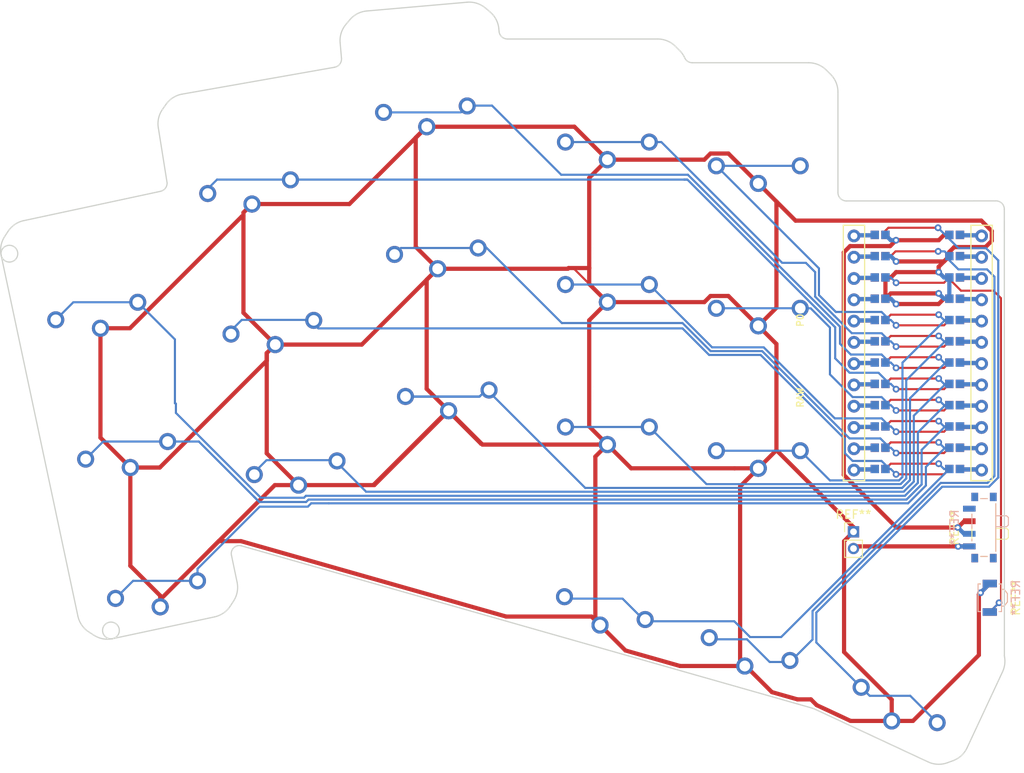
<source format=kicad_pcb>
(kicad_pcb (version 20171130) (host pcbnew 5.1.10)

  (general
    (thickness 1.6)
    (drawings 56)
    (tracks 576)
    (zones 0)
    (modules 24)
    (nets 24)
  )

  (page A3)
  (title_block
    (title KEYBOARD_NAME_HERE)
    (rev VERSION_HERE)
    (company YOUR_NAME_HERE)
  )

  (layers
    (0 F.Cu signal)
    (31 B.Cu signal)
    (32 B.Adhes user)
    (33 F.Adhes user)
    (34 B.Paste user)
    (35 F.Paste user)
    (36 B.SilkS user)
    (37 F.SilkS user)
    (38 B.Mask user)
    (39 F.Mask user)
    (40 Dwgs.User user)
    (41 Cmts.User user)
    (42 Eco1.User user)
    (43 Eco2.User user)
    (44 Edge.Cuts user)
    (45 Margin user)
    (46 B.CrtYd user)
    (47 F.CrtYd user)
    (48 B.Fab user)
    (49 F.Fab user)
  )

  (setup
    (last_trace_width 0.5)
    (user_trace_width 0.25)
    (user_trace_width 0.5)
    (trace_clearance 0.2)
    (zone_clearance 0.508)
    (zone_45_only no)
    (trace_min 0.2)
    (via_size 0.8)
    (via_drill 0.4)
    (via_min_size 0.4)
    (via_min_drill 0.3)
    (uvia_size 0.3)
    (uvia_drill 0.1)
    (uvias_allowed no)
    (uvia_min_size 0.2)
    (uvia_min_drill 0.1)
    (edge_width 0.05)
    (segment_width 0.2)
    (pcb_text_width 0.3)
    (pcb_text_size 1.5 1.5)
    (mod_edge_width 0.12)
    (mod_text_size 1 1)
    (mod_text_width 0.15)
    (pad_size 0.9 1.7)
    (pad_drill 0)
    (pad_to_mask_clearance 0.05)
    (aux_axis_origin 0 0)
    (visible_elements 7FFFFFFF)
    (pcbplotparams
      (layerselection 0x010cc_ffffffff)
      (usegerberextensions true)
      (usegerberattributes false)
      (usegerberadvancedattributes true)
      (creategerberjobfile true)
      (excludeedgelayer true)
      (linewidth 0.100000)
      (plotframeref false)
      (viasonmask false)
      (mode 1)
      (useauxorigin false)
      (hpglpennumber 1)
      (hpglpenspeed 20)
      (hpglpendiameter 15.000000)
      (psnegative false)
      (psa4output false)
      (plotreference true)
      (plotvalue true)
      (plotinvisibletext false)
      (padsonsilk false)
      (subtractmaskfromsilk true)
      (outputformat 1)
      (mirror false)
      (drillshape 0)
      (scaleselection 1)
      (outputdirectory "gerbers/"))
  )

  (net 0 "")
  (net 1 P7)
  (net 2 GND)
  (net 3 P6)
  (net 4 P5)
  (net 5 P4)
  (net 6 P3)
  (net 7 P0)
  (net 8 P1)
  (net 9 P19)
  (net 10 P18)
  (net 11 P15)
  (net 12 P14)
  (net 13 P16)
  (net 14 P10)
  (net 15 P20)
  (net 16 P21)
  (net 17 P8)
  (net 18 P9)
  (net 19 RAW)
  (net 20 RST)
  (net 21 VCC)
  (net 22 P2)
  (net 23 BAT)

  (net_class Default "This is the default net class."
    (clearance 0.2)
    (trace_width 0.25)
    (via_dia 0.8)
    (via_drill 0.4)
    (uvia_dia 0.3)
    (uvia_drill 0.1)
    (add_net BAT)
    (add_net GND)
    (add_net P0)
    (add_net P1)
    (add_net P10)
    (add_net P14)
    (add_net P15)
    (add_net P16)
    (add_net P18)
    (add_net P19)
    (add_net P2)
    (add_net P20)
    (add_net P21)
    (add_net P3)
    (add_net P4)
    (add_net P5)
    (add_net P6)
    (add_net P7)
    (add_net P8)
    (add_net P9)
    (add_net RAW)
    (add_net RST)
    (add_net VCC)
  )

  (module PG1350 (layer F.Cu) (tedit 6185DC6A) (tstamp 0)
    (at 185.83543 139.23285 189.4)
    (fp_text reference S8 (at 0 0 4.4) (layer F.SilkS) hide
      (effects (font (size 1.27 1.27) (thickness 0.15)))
    )
    (fp_text value "" (at 0 0 4.4) (layer F.SilkS) hide
      (effects (font (size 1.27 1.27) (thickness 0.15)))
    )
    (fp_line (start -7 -6) (end -7 -7) (layer Dwgs.User) (width 0.15))
    (fp_line (start -7 7) (end -6 7) (layer Dwgs.User) (width 0.15))
    (fp_line (start -6 -7) (end -7 -7) (layer Dwgs.User) (width 0.15))
    (fp_line (start -7 7) (end -7 6) (layer Dwgs.User) (width 0.15))
    (fp_line (start 7 6) (end 7 7) (layer Dwgs.User) (width 0.15))
    (fp_line (start 7 -7) (end 6 -7) (layer Dwgs.User) (width 0.15))
    (fp_line (start 6 7) (end 7 7) (layer Dwgs.User) (width 0.15))
    (fp_line (start 7 -7) (end 7 -6) (layer Dwgs.User) (width 0.15))
    (fp_line (start -9 -8.5) (end 9 -8.5) (layer Dwgs.User) (width 0.15))
    (fp_line (start 9 -8.5) (end 9 8.5) (layer Dwgs.User) (width 0.15))
    (fp_line (start 9 8.5) (end -9 8.5) (layer Dwgs.User) (width 0.15))
    (fp_line (start -9 8.5) (end -9 -8.5) (layer Dwgs.User) (width 0.15))
    (pad "" np_thru_hole circle (at 0 0 4.4) (size 3.429 3.429) (drill 3.429) (layers *.Cu *.Mask))
    (pad "" np_thru_hole circle (at 5.5 0 4.4) (size 1.7018 1.7018) (drill 1.7018) (layers *.Cu *.Mask))
    (pad "" np_thru_hole circle (at -5.5 0 4.4) (size 1.7018 1.7018) (drill 1.7018) (layers *.Cu *.Mask))
    (pad 1 thru_hole circle (at 5 -3.8 4.4) (size 2.032 2.032) (drill 1.27) (layers *.Cu *.Mask)
      (net 4 P5))
    (pad 2 thru_hole circle (at 0 -5.9 4.4) (size 2.032 2.032) (drill 1.27) (layers *.Cu *.Mask)
      (net 2 GND))
    (pad 1 thru_hole circle (at -5 -3.8 4.4) (size 2.032 2.032) (drill 1.27) (layers *.Cu *.Mask)
      (net 4 P5))
    (pad 2 thru_hole circle (at 0 -5.9 4.4) (size 2.032 2.032) (drill 1.27) (layers *.Cu *.Mask)
      (net 2 GND))
  )

  (module PG1350 (layer F.Cu) (tedit 6185DCB7) (tstamp 617E8A24)
    (at 169.066268 153.807586 192.1)
    (fp_text reference S2 (at 0 0 177.1) (layer F.SilkS) hide
      (effects (font (size 1.27 1.27) (thickness 0.15)))
    )
    (fp_text value "" (at 0 0 177.1) (layer F.SilkS) hide
      (effects (font (size 1.27 1.27) (thickness 0.15)))
    )
    (fp_line (start -7 -6) (end -7 -7) (layer Dwgs.User) (width 0.15))
    (fp_line (start -7 7) (end -6 7) (layer Dwgs.User) (width 0.15))
    (fp_line (start -6 -7) (end -7 -7) (layer Dwgs.User) (width 0.15))
    (fp_line (start -7 7) (end -7 6) (layer Dwgs.User) (width 0.15))
    (fp_line (start 7 6) (end 7 7) (layer Dwgs.User) (width 0.15))
    (fp_line (start 7 -7) (end 6 -7) (layer Dwgs.User) (width 0.15))
    (fp_line (start 6 7) (end 7 7) (layer Dwgs.User) (width 0.15))
    (fp_line (start 7 -7) (end 7 -6) (layer Dwgs.User) (width 0.15))
    (fp_line (start -9 -8.5) (end 9 -8.5) (layer Dwgs.User) (width 0.15))
    (fp_line (start 9 -8.5) (end 9 8.5) (layer Dwgs.User) (width 0.15))
    (fp_line (start 9 8.5) (end -9 8.5) (layer Dwgs.User) (width 0.15))
    (fp_line (start -9 8.5) (end -9 -8.5) (layer Dwgs.User) (width 0.15))
    (pad "" np_thru_hole circle (at 0 0 357.1) (size 3.429 3.429) (drill 3.429) (layers *.Cu *.Mask))
    (pad "" np_thru_hole circle (at 5.5 0 357.1) (size 1.7018 1.7018) (drill 1.7018) (layers *.Cu *.Mask))
    (pad "" np_thru_hole circle (at -5.5 0 357.1) (size 1.7018 1.7018) (drill 1.7018) (layers *.Cu *.Mask))
    (pad 1 thru_hole circle (at 5 -3.8 357.1) (size 2.032 2.032) (drill 1.27) (layers *.Cu *.Mask)
      (net 17 P8))
    (pad 2 thru_hole circle (at 0 -5.9 357.1) (size 2.032 2.032) (drill 1.27) (layers *.Cu *.Mask)
      (net 2 GND))
    (pad 1 thru_hole circle (at -5 -3.799999 357.1) (size 2.032 2.032) (drill 1.27) (layers *.Cu *.Mask)
      (net 17 P8))
    (pad 2 thru_hole circle (at 0 -5.9 357.1) (size 2.032 2.032) (drill 1.27) (layers *.Cu *.Mask)
      (net 2 GND))
  )

  (module PG1350 (layer F.Cu) (tedit 6185D993) (tstamp 0)
    (at 180.282344 105.689416 189.4)
    (fp_text reference S12 (at 0 0 4.4) (layer F.SilkS) hide
      (effects (font (size 1.27 1.27) (thickness 0.15)))
    )
    (fp_text value "" (at 0 0 4.4) (layer F.SilkS) hide
      (effects (font (size 1.27 1.27) (thickness 0.15)))
    )
    (fp_line (start -7 -6) (end -7 -7) (layer Dwgs.User) (width 0.15))
    (fp_line (start -7 7) (end -6 7) (layer Dwgs.User) (width 0.15))
    (fp_line (start -6 -7) (end -7 -7) (layer Dwgs.User) (width 0.15))
    (fp_line (start -7 7) (end -7 6) (layer Dwgs.User) (width 0.15))
    (fp_line (start 7 6) (end 7 7) (layer Dwgs.User) (width 0.15))
    (fp_line (start 7 -7) (end 6 -7) (layer Dwgs.User) (width 0.15))
    (fp_line (start 6 7) (end 7 7) (layer Dwgs.User) (width 0.15))
    (fp_line (start 7 -7) (end 7 -6) (layer Dwgs.User) (width 0.15))
    (fp_line (start -9 -8.5) (end 9 -8.5) (layer Dwgs.User) (width 0.15))
    (fp_line (start 9 -8.5) (end 9 8.5) (layer Dwgs.User) (width 0.15))
    (fp_line (start 9 8.5) (end -9 8.5) (layer Dwgs.User) (width 0.15))
    (fp_line (start -9 8.5) (end -9 -8.5) (layer Dwgs.User) (width 0.15))
    (pad "" np_thru_hole circle (at 0 0 4.4) (size 3.429 3.429) (drill 3.429) (layers *.Cu *.Mask))
    (pad "" np_thru_hole circle (at 5.5 0 4.4) (size 1.7018 1.7018) (drill 1.7018) (layers *.Cu *.Mask))
    (pad "" np_thru_hole circle (at -5.5 0 4.4) (size 1.7018 1.7018) (drill 1.7018) (layers *.Cu *.Mask))
    (pad 1 thru_hole circle (at 5 -3.8 4.4) (size 2.032 2.032) (drill 1.27) (layers *.Cu *.Mask)
      (net 10 P18))
    (pad 2 thru_hole circle (at 0 -5.9 4.4) (size 2.032 2.032) (drill 1.27) (layers *.Cu *.Mask)
      (net 2 GND))
    (pad 1 thru_hole circle (at -5 -3.8 4.4) (size 2.032 2.032) (drill 1.27) (layers *.Cu *.Mask)
      (net 10 P18))
    (pad 2 thru_hole circle (at 0 -5.9 4.4) (size 2.032 2.032) (drill 1.27) (layers *.Cu *.Mask)
      (net 2 GND))
  )

  (module PG1350 (layer F.Cu) (tedit 6185DC5B) (tstamp 0)
    (at 204.245657 130.300181 184.4)
    (fp_text reference S14 (at 0 0 4.4) (layer F.SilkS) hide
      (effects (font (size 1.27 1.27) (thickness 0.15)))
    )
    (fp_text value "" (at 0 0 4.4) (layer F.SilkS) hide
      (effects (font (size 1.27 1.27) (thickness 0.15)))
    )
    (fp_line (start -7 -6) (end -7 -7) (layer Dwgs.User) (width 0.15))
    (fp_line (start -7 7) (end -6 7) (layer Dwgs.User) (width 0.15))
    (fp_line (start -6 -7) (end -7 -7) (layer Dwgs.User) (width 0.15))
    (fp_line (start -7 7) (end -7 6) (layer Dwgs.User) (width 0.15))
    (fp_line (start 7 6) (end 7 7) (layer Dwgs.User) (width 0.15))
    (fp_line (start 7 -7) (end 6 -7) (layer Dwgs.User) (width 0.15))
    (fp_line (start 6 7) (end 7 7) (layer Dwgs.User) (width 0.15))
    (fp_line (start 7 -7) (end 7 -6) (layer Dwgs.User) (width 0.15))
    (fp_line (start -9 -8.5) (end 9 -8.5) (layer Dwgs.User) (width 0.15))
    (fp_line (start 9 -8.5) (end 9 8.5) (layer Dwgs.User) (width 0.15))
    (fp_line (start 9 8.5) (end -9 8.5) (layer Dwgs.User) (width 0.15))
    (fp_line (start -9 8.5) (end -9 -8.5) (layer Dwgs.User) (width 0.15))
    (pad "" np_thru_hole circle (at 0 0 4.4) (size 3.429 3.429) (drill 3.429) (layers *.Cu *.Mask))
    (pad "" np_thru_hole circle (at 5.5 0 4.4) (size 1.7018 1.7018) (drill 1.7018) (layers *.Cu *.Mask))
    (pad "" np_thru_hole circle (at -5.5 0 4.4) (size 1.7018 1.7018) (drill 1.7018) (layers *.Cu *.Mask))
    (pad 1 thru_hole circle (at 5 -3.8 4.4) (size 2.032 2.032) (drill 1.27) (layers *.Cu *.Mask)
      (net 5 P4))
    (pad 2 thru_hole circle (at 0 -5.9 4.4) (size 2.032 2.032) (drill 1.27) (layers *.Cu *.Mask)
      (net 2 GND))
    (pad 1 thru_hole circle (at -5 -3.8 4.4) (size 2.032 2.032) (drill 1.27) (layers *.Cu *.Mask)
      (net 5 P4))
    (pad 2 thru_hole circle (at 0 -5.9 4.4) (size 2.032 2.032) (drill 1.27) (layers *.Cu *.Mask)
      (net 2 GND))
  )

  (module PG1350 (layer F.Cu) (tedit 6185D9EE) (tstamp 0)
    (at 183.058837 122.461137 189.4)
    (fp_text reference S10 (at 0 0 4.4) (layer F.SilkS) hide
      (effects (font (size 1.27 1.27) (thickness 0.15)))
    )
    (fp_text value "" (at 0 0 4.4) (layer F.SilkS) hide
      (effects (font (size 1.27 1.27) (thickness 0.15)))
    )
    (fp_line (start -7 -6) (end -7 -7) (layer Dwgs.User) (width 0.15))
    (fp_line (start -7 7) (end -6 7) (layer Dwgs.User) (width 0.15))
    (fp_line (start -6 -7) (end -7 -7) (layer Dwgs.User) (width 0.15))
    (fp_line (start -7 7) (end -7 6) (layer Dwgs.User) (width 0.15))
    (fp_line (start 7 6) (end 7 7) (layer Dwgs.User) (width 0.15))
    (fp_line (start 7 -7) (end 6 -7) (layer Dwgs.User) (width 0.15))
    (fp_line (start 6 7) (end 7 7) (layer Dwgs.User) (width 0.15))
    (fp_line (start 7 -7) (end 7 -6) (layer Dwgs.User) (width 0.15))
    (fp_line (start -9 -8.5) (end 9 -8.5) (layer Dwgs.User) (width 0.15))
    (fp_line (start 9 -8.5) (end 9 8.5) (layer Dwgs.User) (width 0.15))
    (fp_line (start 9 8.5) (end -9 8.5) (layer Dwgs.User) (width 0.15))
    (fp_line (start -9 8.5) (end -9 -8.5) (layer Dwgs.User) (width 0.15))
    (pad "" np_thru_hole circle (at 0 0 4.4) (size 3.429 3.429) (drill 3.429) (layers *.Cu *.Mask))
    (pad "" np_thru_hole circle (at 5.5 0 4.4) (size 1.7018 1.7018) (drill 1.7018) (layers *.Cu *.Mask))
    (pad "" np_thru_hole circle (at -5.5 0 4.4) (size 1.7018 1.7018) (drill 1.7018) (layers *.Cu *.Mask))
    (pad 1 thru_hole circle (at 5 -3.8 4.4) (size 2.032 2.032) (drill 1.27) (layers *.Cu *.Mask)
      (net 14 P10))
    (pad 2 thru_hole circle (at 0 -5.9 4.4) (size 2.032 2.032) (drill 1.27) (layers *.Cu *.Mask)
      (net 2 GND))
    (pad 1 thru_hole circle (at -5 -3.8 4.4) (size 2.032 2.032) (drill 1.27) (layers *.Cu *.Mask)
      (net 14 P10))
    (pad 2 thru_hole circle (at 0 -5.9 4.4) (size 2.032 2.032) (drill 1.27) (layers *.Cu *.Mask)
      (net 2 GND))
  )

  (module PG1350 (layer F.Cu) (tedit 5DD50112) (tstamp 0)
    (at 241.630872 103.147978 180)
    (fp_text reference S30 (at 0 0 5) (layer F.SilkS) hide
      (effects (font (size 1.27 1.27) (thickness 0.15)))
    )
    (fp_text value "" (at 0 0 5) (layer F.SilkS) hide
      (effects (font (size 1.27 1.27) (thickness 0.15)))
    )
    (fp_line (start -7 -6) (end -7 -7) (layer Dwgs.User) (width 0.15))
    (fp_line (start -7 7) (end -6 7) (layer Dwgs.User) (width 0.15))
    (fp_line (start -6 -7) (end -7 -7) (layer Dwgs.User) (width 0.15))
    (fp_line (start -7 7) (end -7 6) (layer Dwgs.User) (width 0.15))
    (fp_line (start 7 6) (end 7 7) (layer Dwgs.User) (width 0.15))
    (fp_line (start 7 -7) (end 6 -7) (layer Dwgs.User) (width 0.15))
    (fp_line (start 6 7) (end 7 7) (layer Dwgs.User) (width 0.15))
    (fp_line (start 7 -7) (end 7 -6) (layer Dwgs.User) (width 0.15))
    (fp_line (start -9 -8.5) (end 9 -8.5) (layer Dwgs.User) (width 0.15))
    (fp_line (start 9 -8.5) (end 9 8.5) (layer Dwgs.User) (width 0.15))
    (fp_line (start 9 8.5) (end -9 8.5) (layer Dwgs.User) (width 0.15))
    (fp_line (start -9 8.5) (end -9 -8.5) (layer Dwgs.User) (width 0.15))
    (pad "" np_thru_hole circle (at 0 0 5) (size 3.429 3.429) (drill 3.429) (layers *.Cu *.Mask))
    (pad "" np_thru_hole circle (at 5.5 0 5) (size 1.7018 1.7018) (drill 1.7018) (layers *.Cu *.Mask))
    (pad "" np_thru_hole circle (at -5.5 0 5) (size 1.7018 1.7018) (drill 1.7018) (layers *.Cu *.Mask))
    (pad 1 thru_hole circle (at 5 -3.8 5) (size 2.032 2.032) (drill 1.27) (layers *.Cu *.Mask)
      (net 16 P21))
    (pad 2 thru_hole circle (at 0 -5.9 5) (size 2.032 2.032) (drill 1.27) (layers *.Cu *.Mask)
      (net 2 GND))
    (pad 1 thru_hole circle (at -5 -3.8 5) (size 2.032 2.032) (drill 1.27) (layers *.Cu *.Mask)
      (net 16 P21))
    (pad 2 thru_hole circle (at 0 -5.9 5) (size 2.032 2.032) (drill 1.27) (layers *.Cu *.Mask)
      (net 2 GND))
  )

  (module PG1350 (layer F.Cu) (tedit 6185DC94) (tstamp 617E9006)
    (at 161.939186 120.562929 192.1)
    (fp_text reference S6 (at 0 0 177.1) (layer F.SilkS) hide
      (effects (font (size 1.27 1.27) (thickness 0.15)))
    )
    (fp_text value "" (at 0 0 177.1) (layer F.SilkS) hide
      (effects (font (size 1.27 1.27) (thickness 0.15)))
    )
    (fp_line (start -7 -6) (end -7 -7) (layer Dwgs.User) (width 0.15))
    (fp_line (start -7 7) (end -6 7) (layer Dwgs.User) (width 0.15))
    (fp_line (start -6 -7) (end -7 -7) (layer Dwgs.User) (width 0.15))
    (fp_line (start -7 7) (end -7 6) (layer Dwgs.User) (width 0.15))
    (fp_line (start 7 6) (end 7 7) (layer Dwgs.User) (width 0.15))
    (fp_line (start 7 -7) (end 6 -7) (layer Dwgs.User) (width 0.15))
    (fp_line (start 6 7) (end 7 7) (layer Dwgs.User) (width 0.15))
    (fp_line (start 7 -7) (end 7 -6) (layer Dwgs.User) (width 0.15))
    (fp_line (start -9 -8.5) (end 9 -8.5) (layer Dwgs.User) (width 0.15))
    (fp_line (start 9 -8.5) (end 9 8.5) (layer Dwgs.User) (width 0.15))
    (fp_line (start 9 8.5) (end -9 8.5) (layer Dwgs.User) (width 0.15))
    (fp_line (start -9 8.5) (end -9 -8.5) (layer Dwgs.User) (width 0.15))
    (pad "" np_thru_hole circle (at 0 0 357.1) (size 3.429 3.429) (drill 3.429) (layers *.Cu *.Mask))
    (pad "" np_thru_hole circle (at 5.5 0 357.1) (size 1.7018 1.7018) (drill 1.7018) (layers *.Cu *.Mask))
    (pad "" np_thru_hole circle (at -5.5 0 357.1) (size 1.7018 1.7018) (drill 1.7018) (layers *.Cu *.Mask))
    (pad 1 thru_hole circle (at 5 -3.8 357.1) (size 2.032 2.032) (drill 1.27) (layers *.Cu *.Mask)
      (net 3 P6))
    (pad 2 thru_hole circle (at 0 -5.9 357.1) (size 2.032 2.032) (drill 1.27) (layers *.Cu *.Mask)
      (net 2 GND))
    (pad 1 thru_hole circle (at -5 -3.799999 357.1) (size 2.032 2.032) (drill 1.27) (layers *.Cu *.Mask)
      (net 3 P6))
    (pad 2 thru_hole circle (at 0 -5.9 357.1) (size 2.032 2.032) (drill 1.27) (layers *.Cu *.Mask)
      (net 2 GND))
  )

  (module PG1350 (layer F.Cu) (tedit 5DD50112) (tstamp 0)
    (at 223.630885 117.314688 180)
    (fp_text reference S22 (at 0 0 5) (layer F.SilkS) hide
      (effects (font (size 1.27 1.27) (thickness 0.15)))
    )
    (fp_text value "" (at 0 0 5) (layer F.SilkS) hide
      (effects (font (size 1.27 1.27) (thickness 0.15)))
    )
    (fp_line (start -7 -6) (end -7 -7) (layer Dwgs.User) (width 0.15))
    (fp_line (start -7 7) (end -6 7) (layer Dwgs.User) (width 0.15))
    (fp_line (start -6 -7) (end -7 -7) (layer Dwgs.User) (width 0.15))
    (fp_line (start -7 7) (end -7 6) (layer Dwgs.User) (width 0.15))
    (fp_line (start 7 6) (end 7 7) (layer Dwgs.User) (width 0.15))
    (fp_line (start 7 -7) (end 6 -7) (layer Dwgs.User) (width 0.15))
    (fp_line (start 6 7) (end 7 7) (layer Dwgs.User) (width 0.15))
    (fp_line (start 7 -7) (end 7 -6) (layer Dwgs.User) (width 0.15))
    (fp_line (start -9 -8.5) (end 9 -8.5) (layer Dwgs.User) (width 0.15))
    (fp_line (start 9 -8.5) (end 9 8.5) (layer Dwgs.User) (width 0.15))
    (fp_line (start 9 8.5) (end -9 8.5) (layer Dwgs.User) (width 0.15))
    (fp_line (start -9 8.5) (end -9 -8.5) (layer Dwgs.User) (width 0.15))
    (pad "" np_thru_hole circle (at 0 0 5) (size 3.429 3.429) (drill 3.429) (layers *.Cu *.Mask))
    (pad "" np_thru_hole circle (at 5.5 0 5) (size 1.7018 1.7018) (drill 1.7018) (layers *.Cu *.Mask))
    (pad "" np_thru_hole circle (at -5.5 0 5) (size 1.7018 1.7018) (drill 1.7018) (layers *.Cu *.Mask))
    (pad 1 thru_hole circle (at 5 -3.8 5) (size 2.032 2.032) (drill 1.27) (layers *.Cu *.Mask)
      (net 12 P14))
    (pad 2 thru_hole circle (at 0 -5.9 5) (size 2.032 2.032) (drill 1.27) (layers *.Cu *.Mask)
      (net 2 GND))
    (pad 1 thru_hole circle (at -5 -3.8 5) (size 2.032 2.032) (drill 1.27) (layers *.Cu *.Mask)
      (net 12 P14))
    (pad 2 thru_hole circle (at 0 -5.9 5) (size 2.032 2.032) (drill 1.27) (layers *.Cu *.Mask)
      (net 2 GND))
  )

  (module PG1350 (layer F.Cu) (tedit 6185DC42) (tstamp 0)
    (at 223.630832 134.314684 180)
    (fp_text reference S20 (at 0 0 5) (layer F.SilkS) hide
      (effects (font (size 1.27 1.27) (thickness 0.15)))
    )
    (fp_text value "" (at 0 0 5) (layer F.SilkS) hide
      (effects (font (size 1.27 1.27) (thickness 0.15)))
    )
    (fp_line (start -7 -6) (end -7 -7) (layer Dwgs.User) (width 0.15))
    (fp_line (start -7 7) (end -6 7) (layer Dwgs.User) (width 0.15))
    (fp_line (start -6 -7) (end -7 -7) (layer Dwgs.User) (width 0.15))
    (fp_line (start -7 7) (end -7 6) (layer Dwgs.User) (width 0.15))
    (fp_line (start 7 6) (end 7 7) (layer Dwgs.User) (width 0.15))
    (fp_line (start 7 -7) (end 6 -7) (layer Dwgs.User) (width 0.15))
    (fp_line (start 6 7) (end 7 7) (layer Dwgs.User) (width 0.15))
    (fp_line (start 7 -7) (end 7 -6) (layer Dwgs.User) (width 0.15))
    (fp_line (start -9 -8.5) (end 9 -8.5) (layer Dwgs.User) (width 0.15))
    (fp_line (start 9 -8.5) (end 9 8.5) (layer Dwgs.User) (width 0.15))
    (fp_line (start 9 8.5) (end -9 8.5) (layer Dwgs.User) (width 0.15))
    (fp_line (start -9 8.5) (end -9 -8.5) (layer Dwgs.User) (width 0.15))
    (pad "" np_thru_hole circle (at 0 0 5) (size 3.429 3.429) (drill 3.429) (layers *.Cu *.Mask))
    (pad "" np_thru_hole circle (at 5.5 0 5) (size 1.7018 1.7018) (drill 1.7018) (layers *.Cu *.Mask))
    (pad "" np_thru_hole circle (at -5.5 0 5) (size 1.7018 1.7018) (drill 1.7018) (layers *.Cu *.Mask))
    (pad 1 thru_hole circle (at 5 -3.8 5) (size 2.032 2.032) (drill 1.27) (layers *.Cu *.Mask)
      (net 6 P3))
    (pad 2 thru_hole circle (at 0 -5.9 5) (size 2.032 2.032) (drill 1.27) (layers *.Cu *.Mask)
      (net 2 GND))
    (pad 1 thru_hole circle (at -5 -3.8 5) (size 2.032 2.032) (drill 1.27) (layers *.Cu *.Mask)
      (net 6 P3))
    (pad 2 thru_hole circle (at 0 -5.9 5) (size 2.032 2.032) (drill 1.27) (layers *.Cu *.Mask)
      (net 2 GND))
  )

  (module PG1350 (layer F.Cu) (tedit 6185DC31) (tstamp 0)
    (at 241.630864 137.147959 180)
    (fp_text reference S26 (at 0 0 5) (layer F.SilkS) hide
      (effects (font (size 1.27 1.27) (thickness 0.15)))
    )
    (fp_text value "" (at 0 0 5) (layer F.SilkS) hide
      (effects (font (size 1.27 1.27) (thickness 0.15)))
    )
    (fp_line (start -7 -6) (end -7 -7) (layer Dwgs.User) (width 0.15))
    (fp_line (start -7 7) (end -6 7) (layer Dwgs.User) (width 0.15))
    (fp_line (start -6 -7) (end -7 -7) (layer Dwgs.User) (width 0.15))
    (fp_line (start -7 7) (end -7 6) (layer Dwgs.User) (width 0.15))
    (fp_line (start 7 6) (end 7 7) (layer Dwgs.User) (width 0.15))
    (fp_line (start 7 -7) (end 6 -7) (layer Dwgs.User) (width 0.15))
    (fp_line (start 6 7) (end 7 7) (layer Dwgs.User) (width 0.15))
    (fp_line (start 7 -7) (end 7 -6) (layer Dwgs.User) (width 0.15))
    (fp_line (start -9 -8.5) (end 9 -8.5) (layer Dwgs.User) (width 0.15))
    (fp_line (start 9 -8.5) (end 9 8.5) (layer Dwgs.User) (width 0.15))
    (fp_line (start 9 8.5) (end -9 8.5) (layer Dwgs.User) (width 0.15))
    (fp_line (start -9 8.5) (end -9 -8.5) (layer Dwgs.User) (width 0.15))
    (pad "" np_thru_hole circle (at 0 0 5) (size 3.429 3.429) (drill 3.429) (layers *.Cu *.Mask))
    (pad "" np_thru_hole circle (at 5.5 0 5) (size 1.7018 1.7018) (drill 1.7018) (layers *.Cu *.Mask))
    (pad "" np_thru_hole circle (at -5.5 0 5) (size 1.7018 1.7018) (drill 1.7018) (layers *.Cu *.Mask))
    (pad 1 thru_hole circle (at 5 -3.8 5) (size 2.032 2.032) (drill 1.27) (layers *.Cu *.Mask)
      (net 22 P2))
    (pad 2 thru_hole circle (at 0 -5.9 5) (size 2.032 2.032) (drill 1.27) (layers *.Cu *.Mask)
      (net 2 GND))
    (pad 1 thru_hole circle (at -5 -3.8 5) (size 2.032 2.032) (drill 1.27) (layers *.Cu *.Mask)
      (net 22 P2))
    (pad 2 thru_hole circle (at 0 -5.9 5) (size 2.032 2.032) (drill 1.27) (layers *.Cu *.Mask)
      (net 2 GND))
  )

  (module PG1350 (layer F.Cu) (tedit 6185D967) (tstamp 0)
    (at 201.637211 96.400389 184.4)
    (fp_text reference S18 (at 0 0 4.4) (layer F.SilkS) hide
      (effects (font (size 1.27 1.27) (thickness 0.15)))
    )
    (fp_text value "" (at 0 0 4.4) (layer F.SilkS) hide
      (effects (font (size 1.27 1.27) (thickness 0.15)))
    )
    (fp_line (start -7 -6) (end -7 -7) (layer Dwgs.User) (width 0.15))
    (fp_line (start -7 7) (end -6 7) (layer Dwgs.User) (width 0.15))
    (fp_line (start -6 -7) (end -7 -7) (layer Dwgs.User) (width 0.15))
    (fp_line (start -7 7) (end -7 6) (layer Dwgs.User) (width 0.15))
    (fp_line (start 7 6) (end 7 7) (layer Dwgs.User) (width 0.15))
    (fp_line (start 7 -7) (end 6 -7) (layer Dwgs.User) (width 0.15))
    (fp_line (start 6 7) (end 7 7) (layer Dwgs.User) (width 0.15))
    (fp_line (start 7 -7) (end 7 -6) (layer Dwgs.User) (width 0.15))
    (fp_line (start -9 -8.5) (end 9 -8.5) (layer Dwgs.User) (width 0.15))
    (fp_line (start 9 -8.5) (end 9 8.5) (layer Dwgs.User) (width 0.15))
    (fp_line (start 9 8.5) (end -9 8.5) (layer Dwgs.User) (width 0.15))
    (fp_line (start -9 8.5) (end -9 -8.5) (layer Dwgs.User) (width 0.15))
    (pad "" np_thru_hole circle (at 0 0 4.4) (size 3.429 3.429) (drill 3.429) (layers *.Cu *.Mask))
    (pad "" np_thru_hole circle (at 5.5 0 4.4) (size 1.7018 1.7018) (drill 1.7018) (layers *.Cu *.Mask))
    (pad "" np_thru_hole circle (at -5.5 0 4.4) (size 1.7018 1.7018) (drill 1.7018) (layers *.Cu *.Mask))
    (pad 1 thru_hole circle (at 5 -3.8 4.4) (size 2.032 2.032) (drill 1.27) (layers *.Cu *.Mask)
      (net 9 P19))
    (pad 2 thru_hole circle (at 0 -5.9 4.4) (size 2.032 2.032) (drill 1.27) (layers *.Cu *.Mask)
      (net 2 GND))
    (pad 1 thru_hole circle (at -5 -3.8 4.4) (size 2.032 2.032) (drill 1.27) (layers *.Cu *.Mask)
      (net 9 P19))
    (pad 2 thru_hole circle (at 0 -5.9 4.4) (size 2.032 2.032) (drill 1.27) (layers *.Cu *.Mask)
      (net 2 GND))
  )

  (module PG1350 (layer F.Cu) (tedit 6185D955) (tstamp 0)
    (at 223.630831 100.314603 180)
    (fp_text reference S24 (at 0 0 5) (layer F.SilkS) hide
      (effects (font (size 1.27 1.27) (thickness 0.15)))
    )
    (fp_text value "" (at 0 0 5) (layer F.SilkS) hide
      (effects (font (size 1.27 1.27) (thickness 0.15)))
    )
    (fp_line (start -7 -6) (end -7 -7) (layer Dwgs.User) (width 0.15))
    (fp_line (start -7 7) (end -6 7) (layer Dwgs.User) (width 0.15))
    (fp_line (start -6 -7) (end -7 -7) (layer Dwgs.User) (width 0.15))
    (fp_line (start -7 7) (end -7 6) (layer Dwgs.User) (width 0.15))
    (fp_line (start 7 6) (end 7 7) (layer Dwgs.User) (width 0.15))
    (fp_line (start 7 -7) (end 6 -7) (layer Dwgs.User) (width 0.15))
    (fp_line (start 6 7) (end 7 7) (layer Dwgs.User) (width 0.15))
    (fp_line (start 7 -7) (end 7 -6) (layer Dwgs.User) (width 0.15))
    (fp_line (start -9 -8.5) (end 9 -8.5) (layer Dwgs.User) (width 0.15))
    (fp_line (start 9 -8.5) (end 9 8.5) (layer Dwgs.User) (width 0.15))
    (fp_line (start 9 8.5) (end -9 8.5) (layer Dwgs.User) (width 0.15))
    (fp_line (start -9 8.5) (end -9 -8.5) (layer Dwgs.User) (width 0.15))
    (pad "" np_thru_hole circle (at 0 0 5) (size 3.429 3.429) (drill 3.429) (layers *.Cu *.Mask))
    (pad "" np_thru_hole circle (at 5.5 0 5) (size 1.7018 1.7018) (drill 1.7018) (layers *.Cu *.Mask))
    (pad "" np_thru_hole circle (at -5.5 0 5) (size 1.7018 1.7018) (drill 1.7018) (layers *.Cu *.Mask))
    (pad 1 thru_hole circle (at 5 -3.8 5) (size 2.032 2.032) (drill 1.27) (layers *.Cu *.Mask)
      (net 15 P20))
    (pad 2 thru_hole circle (at 0 -5.9 5) (size 2.032 2.032) (drill 1.27) (layers *.Cu *.Mask)
      (net 2 GND))
    (pad 1 thru_hole circle (at -5 -3.8 5) (size 2.032 2.032) (drill 1.27) (layers *.Cu *.Mask)
      (net 15 P20))
    (pad 2 thru_hole circle (at 0 -5.9 5) (size 2.032 2.032) (drill 1.27) (layers *.Cu *.Mask)
      (net 2 GND))
  )

  (module PG1350 (layer F.Cu) (tedit 6184852E) (tstamp 0)
    (at 241.626554 160.963062 164.2)
    (fp_text reference S32 (at 0 0 4.2) (layer F.SilkS) hide
      (effects (font (size 1.27 1.27) (thickness 0.15)))
    )
    (fp_text value "" (at 0 0 4.2) (layer F.SilkS) hide
      (effects (font (size 1.27 1.27) (thickness 0.15)))
    )
    (fp_line (start -9 8.5) (end -9 -8.5) (layer Dwgs.User) (width 0.15))
    (fp_line (start 9 8.5) (end -9 8.5) (layer Dwgs.User) (width 0.15))
    (fp_line (start 9 -8.5) (end 9 8.5) (layer Dwgs.User) (width 0.15))
    (fp_line (start -9 -8.5) (end 9 -8.5) (layer Dwgs.User) (width 0.15))
    (fp_line (start 7 -7) (end 7 -6) (layer Dwgs.User) (width 0.15))
    (fp_line (start 6 7) (end 7 7) (layer Dwgs.User) (width 0.15))
    (fp_line (start 7 -7) (end 6 -7) (layer Dwgs.User) (width 0.15))
    (fp_line (start 7 6) (end 7 7) (layer Dwgs.User) (width 0.15))
    (fp_line (start -7 7) (end -7 6) (layer Dwgs.User) (width 0.15))
    (fp_line (start -6 -7) (end -7 -7) (layer Dwgs.User) (width 0.15))
    (fp_line (start -7 7) (end -6 7) (layer Dwgs.User) (width 0.15))
    (fp_line (start -7 -6) (end -7 -7) (layer Dwgs.User) (width 0.15))
    (pad 2 thru_hole circle (at 0 -5.9 4.2) (size 2.032 2.032) (drill 1.27) (layers *.Cu *.Mask)
      (net 2 GND))
    (pad 1 thru_hole circle (at -5 -3.8 4.2) (size 2.032 2.032) (drill 1.27) (layers *.Cu *.Mask)
      (net 7 P0))
    (pad 2 thru_hole circle (at 0 -5.9 4.2) (size 2.032 2.032) (drill 1.27) (layers *.Cu *.Mask)
      (net 2 GND))
    (pad 1 thru_hole circle (at 5 -3.799999 4.2) (size 2.032 2.032) (drill 1.27) (layers *.Cu *.Mask)
      (net 7 P0))
    (pad "" np_thru_hole circle (at -5.5 0 4.2) (size 1.7018 1.7018) (drill 1.7018) (layers *.Cu *.Mask))
    (pad "" np_thru_hole circle (at 5.5 0 4.2) (size 1.7018 1.7018) (drill 1.7018) (layers *.Cu *.Mask))
    (pad "" np_thru_hole circle (at 0 0 4.2) (size 3.429 3.429) (drill 3.429) (layers *.Cu *.Mask))
  )

  (module PG1350 (layer F.Cu) (tedit 6185D9C0) (tstamp 0)
    (at 241.630818 120.147972 180)
    (fp_text reference S28 (at 0 0 5) (layer F.SilkS) hide
      (effects (font (size 1.27 1.27) (thickness 0.15)))
    )
    (fp_text value "" (at 0 0 5) (layer F.SilkS) hide
      (effects (font (size 1.27 1.27) (thickness 0.15)))
    )
    (fp_line (start -7 -6) (end -7 -7) (layer Dwgs.User) (width 0.15))
    (fp_line (start -7 7) (end -6 7) (layer Dwgs.User) (width 0.15))
    (fp_line (start -6 -7) (end -7 -7) (layer Dwgs.User) (width 0.15))
    (fp_line (start -7 7) (end -7 6) (layer Dwgs.User) (width 0.15))
    (fp_line (start 7 6) (end 7 7) (layer Dwgs.User) (width 0.15))
    (fp_line (start 7 -7) (end 6 -7) (layer Dwgs.User) (width 0.15))
    (fp_line (start 6 7) (end 7 7) (layer Dwgs.User) (width 0.15))
    (fp_line (start 7 -7) (end 7 -6) (layer Dwgs.User) (width 0.15))
    (fp_line (start -9 -8.5) (end 9 -8.5) (layer Dwgs.User) (width 0.15))
    (fp_line (start 9 -8.5) (end 9 8.5) (layer Dwgs.User) (width 0.15))
    (fp_line (start 9 8.5) (end -9 8.5) (layer Dwgs.User) (width 0.15))
    (fp_line (start -9 8.5) (end -9 -8.5) (layer Dwgs.User) (width 0.15))
    (pad "" np_thru_hole circle (at 0 0 5) (size 3.429 3.429) (drill 3.429) (layers *.Cu *.Mask))
    (pad "" np_thru_hole circle (at 5.5 0 5) (size 1.7018 1.7018) (drill 1.7018) (layers *.Cu *.Mask))
    (pad "" np_thru_hole circle (at -5.5 0 5) (size 1.7018 1.7018) (drill 1.7018) (layers *.Cu *.Mask))
    (pad 1 thru_hole circle (at 5 -3.8 5) (size 2.032 2.032) (drill 1.27) (layers *.Cu *.Mask)
      (net 11 P15))
    (pad 2 thru_hole circle (at 0 -5.9 5) (size 2.032 2.032) (drill 1.27) (layers *.Cu *.Mask)
      (net 2 GND))
    (pad 1 thru_hole circle (at -5 -3.8 5) (size 2.032 2.032) (drill 1.27) (layers *.Cu *.Mask)
      (net 11 P15))
    (pad 2 thru_hole circle (at 0 -5.9 5) (size 2.032 2.032) (drill 1.27) (layers *.Cu *.Mask)
      (net 2 GND))
  )

  (module PG1350 (layer F.Cu) (tedit 6184851C) (tstamp 0)
    (at 260.036928 167.847284 155)
    (fp_text reference S34 (at 0 0 5) (layer F.SilkS) hide
      (effects (font (size 1.27 1.27) (thickness 0.15)))
    )
    (fp_text value "" (at 0 0 5) (layer F.SilkS) hide
      (effects (font (size 1.27 1.27) (thickness 0.15)))
    )
    (fp_line (start -9 8.5) (end -9 -8.5) (layer Dwgs.User) (width 0.15))
    (fp_line (start 9 8.5) (end -9 8.5) (layer Dwgs.User) (width 0.15))
    (fp_line (start 9 -8.5) (end 9 8.5) (layer Dwgs.User) (width 0.15))
    (fp_line (start -9 -8.5) (end 9 -8.5) (layer Dwgs.User) (width 0.15))
    (fp_line (start 7 -7) (end 7 -6) (layer Dwgs.User) (width 0.15))
    (fp_line (start 6 7) (end 7 7) (layer Dwgs.User) (width 0.15))
    (fp_line (start 7 -7) (end 6 -7) (layer Dwgs.User) (width 0.15))
    (fp_line (start 7 6) (end 7 7) (layer Dwgs.User) (width 0.15))
    (fp_line (start -7 7) (end -7 6) (layer Dwgs.User) (width 0.15))
    (fp_line (start -6 -7) (end -7 -7) (layer Dwgs.User) (width 0.15))
    (fp_line (start -7 7) (end -6 7) (layer Dwgs.User) (width 0.15))
    (fp_line (start -7 -6) (end -7 -7) (layer Dwgs.User) (width 0.15))
    (pad 2 thru_hole circle (at 0 -5.9 5) (size 2.032 2.032) (drill 1.27) (layers *.Cu *.Mask)
      (net 2 GND))
    (pad 1 thru_hole circle (at -5 -3.8 5) (size 2.032 2.032) (drill 1.27) (layers *.Cu *.Mask)
      (net 8 P1))
    (pad 2 thru_hole circle (at 0 -5.9 5) (size 2.032 2.032) (drill 1.27) (layers *.Cu *.Mask)
      (net 2 GND))
    (pad 1 thru_hole circle (at 5 -3.8 5) (size 2.032 2.032) (drill 1.27) (layers *.Cu *.Mask)
      (net 8 P1))
    (pad "" np_thru_hole circle (at -5.5 0 5) (size 1.7018 1.7018) (drill 1.7018) (layers *.Cu *.Mask))
    (pad "" np_thru_hole circle (at 5.5 0 5) (size 1.7018 1.7018) (drill 1.7018) (layers *.Cu *.Mask))
    (pad "" np_thru_hole circle (at 0 0 5) (size 3.429 3.429) (drill 3.429) (layers *.Cu *.Mask))
  )

  (module PG1350 (layer F.Cu) (tedit 6185D9DB) (tstamp 0)
    (at 202.941433 113.350284 184.4)
    (fp_text reference S16 (at 0 0 4.4) (layer F.SilkS) hide
      (effects (font (size 1.27 1.27) (thickness 0.15)))
    )
    (fp_text value "" (at 0 0 4.4) (layer F.SilkS) hide
      (effects (font (size 1.27 1.27) (thickness 0.15)))
    )
    (fp_line (start -7 -6) (end -7 -7) (layer Dwgs.User) (width 0.15))
    (fp_line (start -7 7) (end -6 7) (layer Dwgs.User) (width 0.15))
    (fp_line (start -6 -7) (end -7 -7) (layer Dwgs.User) (width 0.15))
    (fp_line (start -7 7) (end -7 6) (layer Dwgs.User) (width 0.15))
    (fp_line (start 7 6) (end 7 7) (layer Dwgs.User) (width 0.15))
    (fp_line (start 7 -7) (end 6 -7) (layer Dwgs.User) (width 0.15))
    (fp_line (start 6 7) (end 7 7) (layer Dwgs.User) (width 0.15))
    (fp_line (start 7 -7) (end 7 -6) (layer Dwgs.User) (width 0.15))
    (fp_line (start -9 -8.5) (end 9 -8.5) (layer Dwgs.User) (width 0.15))
    (fp_line (start 9 -8.5) (end 9 8.5) (layer Dwgs.User) (width 0.15))
    (fp_line (start 9 8.5) (end -9 8.5) (layer Dwgs.User) (width 0.15))
    (fp_line (start -9 8.5) (end -9 -8.5) (layer Dwgs.User) (width 0.15))
    (pad "" np_thru_hole circle (at 0 0 4.4) (size 3.429 3.429) (drill 3.429) (layers *.Cu *.Mask))
    (pad "" np_thru_hole circle (at 5.5 0 4.4) (size 1.7018 1.7018) (drill 1.7018) (layers *.Cu *.Mask))
    (pad "" np_thru_hole circle (at -5.5 0 4.4) (size 1.7018 1.7018) (drill 1.7018) (layers *.Cu *.Mask))
    (pad 1 thru_hole circle (at 5 -3.8 4.4) (size 2.032 2.032) (drill 1.27) (layers *.Cu *.Mask)
      (net 13 P16))
    (pad 2 thru_hole circle (at 0 -5.9 4.4) (size 2.032 2.032) (drill 1.27) (layers *.Cu *.Mask)
      (net 2 GND))
    (pad 1 thru_hole circle (at -5 -3.8 4.4) (size 2.032 2.032) (drill 1.27) (layers *.Cu *.Mask)
      (net 13 P16))
    (pad 2 thru_hole circle (at 0 -5.9 4.4) (size 2.032 2.032) (drill 1.27) (layers *.Cu *.Mask)
      (net 2 GND))
  )

  (module PG1350 (layer F.Cu) (tedit 6185DCA3) (tstamp 617E9099)
    (at 165.50278 137.185209 192.1)
    (fp_text reference S4 (at 0 0 177.1) (layer F.SilkS) hide
      (effects (font (size 1.27 1.27) (thickness 0.15)))
    )
    (fp_text value "" (at 0 0 177.1) (layer F.SilkS) hide
      (effects (font (size 1.27 1.27) (thickness 0.15)))
    )
    (fp_line (start -7 -6) (end -7 -7) (layer Dwgs.User) (width 0.15))
    (fp_line (start -7 7) (end -6 7) (layer Dwgs.User) (width 0.15))
    (fp_line (start -6 -7) (end -7 -7) (layer Dwgs.User) (width 0.15))
    (fp_line (start -7 7) (end -7 6) (layer Dwgs.User) (width 0.15))
    (fp_line (start 7 6) (end 7 7) (layer Dwgs.User) (width 0.15))
    (fp_line (start 7 -7) (end 6 -7) (layer Dwgs.User) (width 0.15))
    (fp_line (start 6 7) (end 7 7) (layer Dwgs.User) (width 0.15))
    (fp_line (start 7 -7) (end 7 -6) (layer Dwgs.User) (width 0.15))
    (fp_line (start -9 -8.5) (end 9 -8.5) (layer Dwgs.User) (width 0.15))
    (fp_line (start 9 -8.5) (end 9 8.5) (layer Dwgs.User) (width 0.15))
    (fp_line (start 9 8.5) (end -9 8.5) (layer Dwgs.User) (width 0.15))
    (fp_line (start -9 8.5) (end -9 -8.5) (layer Dwgs.User) (width 0.15))
    (pad "" np_thru_hole circle (at 0 0 357.1) (size 3.429 3.429) (drill 3.429) (layers *.Cu *.Mask))
    (pad "" np_thru_hole circle (at 5.5 0 357.1) (size 1.7018 1.7018) (drill 1.7018) (layers *.Cu *.Mask))
    (pad "" np_thru_hole circle (at -5.5 0 357.1) (size 1.7018 1.7018) (drill 1.7018) (layers *.Cu *.Mask))
    (pad 1 thru_hole circle (at 5 -3.8 357.1) (size 2.032 2.032) (drill 1.27) (layers *.Cu *.Mask)
      (net 1 P7))
    (pad 2 thru_hole circle (at 0 -5.9 357.1) (size 2.032 2.032) (drill 1.27) (layers *.Cu *.Mask)
      (net 2 GND))
    (pad 1 thru_hole circle (at -5 -3.799999 357.1) (size 2.032 2.032) (drill 1.27) (layers *.Cu *.Mask)
      (net 1 P7))
    (pad 2 thru_hole circle (at 0 -5.9 357.1) (size 2.032 2.032) (drill 1.27) (layers *.Cu *.Mask)
      (net 2 GND))
  )

  (module PG1350 (layer F.Cu) (tedit 6185DAD3) (tstamp 6185DA86)
    (at 224.363056 156.076924 164.2)
    (fp_text reference S32 (at 0 0 4.2) (layer F.SilkS) hide
      (effects (font (size 1.27 1.27) (thickness 0.15)))
    )
    (fp_text value "" (at 0 0 4.2) (layer F.SilkS) hide
      (effects (font (size 1.27 1.27) (thickness 0.15)))
    )
    (fp_line (start -9 8.5) (end -9 -8.5) (layer Dwgs.User) (width 0.15))
    (fp_line (start 9 8.5) (end -9 8.5) (layer Dwgs.User) (width 0.15))
    (fp_line (start 9 -8.5) (end 9 8.5) (layer Dwgs.User) (width 0.15))
    (fp_line (start -9 -8.5) (end 9 -8.5) (layer Dwgs.User) (width 0.15))
    (fp_line (start 7 -7) (end 7 -6) (layer Dwgs.User) (width 0.15))
    (fp_line (start 6 7) (end 7 7) (layer Dwgs.User) (width 0.15))
    (fp_line (start 7 -7) (end 6 -7) (layer Dwgs.User) (width 0.15))
    (fp_line (start 7 6) (end 7 7) (layer Dwgs.User) (width 0.15))
    (fp_line (start -7 7) (end -7 6) (layer Dwgs.User) (width 0.15))
    (fp_line (start -6 -7) (end -7 -7) (layer Dwgs.User) (width 0.15))
    (fp_line (start -7 7) (end -6 7) (layer Dwgs.User) (width 0.15))
    (fp_line (start -7 -6) (end -7 -7) (layer Dwgs.User) (width 0.15))
    (pad "" np_thru_hole circle (at 0 0 4.2) (size 3.429 3.429) (drill 3.429) (layers *.Cu *.Mask))
    (pad "" np_thru_hole circle (at 5.5 0 4.2) (size 1.7018 1.7018) (drill 1.7018) (layers *.Cu *.Mask))
    (pad "" np_thru_hole circle (at -5.5 0 4.2) (size 1.7018 1.7018) (drill 1.7018) (layers *.Cu *.Mask))
    (pad 1 thru_hole circle (at 5 -3.799999 4.2) (size 2.032 2.032) (drill 1.27) (layers *.Cu *.Mask)
      (net 18 P9))
    (pad 2 thru_hole circle (at 0 -5.9 4.2) (size 2.032 2.032) (drill 1.27) (layers *.Cu *.Mask)
      (net 2 GND))
    (pad 1 thru_hole circle (at -5 -3.8 4.2) (size 2.032 2.032) (drill 1.27) (layers *.Cu *.Mask)
      (net 18 P9))
    (pad 2 thru_hole circle (at 0 -5.9 4.2) (size 2.032 2.032) (drill 1.27) (layers *.Cu *.Mask)
      (net 2 GND))
  )

  (module Button_Switch_SMD:SW_SPST_B3U-3000P-B (layer B.Cu) (tedit 6185E7ED) (tstamp 6185E770)
    (at 269.24 158.496 90)
    (descr "Ultra-small-sized Tactile Switch with High Contact Reliability, Side-actuated Model, without Ground Terminal, with Boss")
    (tags "Tactile Switch")
    (attr smd)
    (fp_text reference REF** (at 0 3.1 270) (layer B.SilkS)
      (effects (font (size 1 1) (thickness 0.15)) (justify mirror))
    )
    (fp_text value SW_SPST_B3U-3000P-B (at 0 -2.5 270) (layer B.Fab)
      (effects (font (size 1 1) (thickness 0.15)) (justify mirror))
    )
    (fp_line (start -1.25 1.65) (end -1.25 2.35) (layer B.CrtYd) (width 0.05))
    (fp_line (start -1.25 2.35) (end 1.25 2.35) (layer B.CrtYd) (width 0.05))
    (fp_line (start 1.25 2.35) (end 1.25 1.65) (layer B.CrtYd) (width 0.05))
    (fp_line (start 1.25 1.65) (end 2.4 1.65) (layer B.CrtYd) (width 0.05))
    (fp_line (start -0.5 2.1) (end -1 1.72) (layer B.SilkS) (width 0.12))
    (fp_line (start -1 1.72) (end -1 1.4) (layer B.SilkS) (width 0.12))
    (fp_line (start -0.5 2.1) (end 0.5 2.1) (layer B.SilkS) (width 0.12))
    (fp_line (start 0.5 2.1) (end 1 1.72) (layer B.SilkS) (width 0.12))
    (fp_line (start 1 1.72) (end 1 1.4) (layer B.SilkS) (width 0.12))
    (fp_line (start -0.85 1.25) (end -0.85 1.65) (layer B.Fab) (width 0.1))
    (fp_line (start -0.85 1.65) (end -0.45 1.95) (layer B.Fab) (width 0.1))
    (fp_line (start -0.45 1.95) (end 0.45 1.95) (layer B.Fab) (width 0.1))
    (fp_line (start 0.45 1.95) (end 0.85 1.65) (layer B.Fab) (width 0.1))
    (fp_line (start 0.85 1.65) (end 0.85 1.25) (layer B.Fab) (width 0.1))
    (fp_line (start -1.65 -1.4) (end 1.65 -1.4) (layer B.SilkS) (width 0.12))
    (fp_line (start -2.4 -1.65) (end 2.4 -1.65) (layer B.CrtYd) (width 0.05))
    (fp_line (start 2.4 -1.65) (end 2.4 1.65) (layer B.CrtYd) (width 0.05))
    (fp_line (start -1.25 1.65) (end -2.4 1.65) (layer B.CrtYd) (width 0.05))
    (fp_line (start -2.4 1.65) (end -2.4 -1.65) (layer B.CrtYd) (width 0.05))
    (fp_line (start -1.65 -1.1) (end -1.65 -1.4) (layer B.SilkS) (width 0.12))
    (fp_line (start 1.65 -1.4) (end 1.65 -1.1) (layer B.SilkS) (width 0.12))
    (fp_line (start -1.65 1.1) (end -1.65 1.4) (layer B.SilkS) (width 0.12))
    (fp_line (start -1.65 1.4) (end 1.65 1.4) (layer B.SilkS) (width 0.12))
    (fp_line (start 1.65 1.4) (end 1.65 1.1) (layer B.SilkS) (width 0.12))
    (fp_line (start -1.5 1.25) (end 1.5 1.25) (layer B.Fab) (width 0.1))
    (fp_line (start 1.5 1.25) (end 1.5 -1.25) (layer B.Fab) (width 0.1))
    (fp_line (start 1.5 -1.25) (end -1.5 -1.25) (layer B.Fab) (width 0.1))
    (fp_line (start -1.5 -1.25) (end -1.5 1.25) (layer B.Fab) (width 0.1))
    (fp_text user %R (at 0 3.1 270) (layer B.Fab)
      (effects (font (size 1 1) (thickness 0.15)) (justify mirror))
    )
    (pad 1 smd rect (at -1.7 0 90) (size 0.9 1.7) (layers B.Cu B.Paste B.Mask)
      (net 20 RST))
    (pad 2 smd rect (at 1.7 0 90) (size 0.9 1.7) (layers B.Cu B.Paste B.Mask)
      (net 2 GND))
    (pad "" np_thru_hole circle (at 0 0 90) (size 0.8 0.8) (drill 0.8) (layers *.Cu *.Mask))
    (model ${KISYS3DMOD}/Button_Switch_SMD.3dshapes/SW_SPST_B3U-3000P-B.wrl
      (at (xyz 0 0 0))
      (scale (xyz 1 1 1))
      (rotate (xyz 0 0 0))
    )
  )

  (module Button_Switch_SMD:SW_SPDT_PCM12 (layer B.Cu) (tedit 6185E7D3) (tstamp 6185E6B9)
    (at 268.224 150.114 270)
    (descr "Ultraminiature Surface Mount Slide Switch, right-angle, https://www.ckswitches.com/media/1424/pcm.pdf")
    (attr smd)
    (fp_text reference REF** (at 0 3.2 270) (layer B.SilkS)
      (effects (font (size 1 1) (thickness 0.15)) (justify mirror))
    )
    (fp_text value SW_SPDT_PCM12 (at 0 -4.25 270) (layer B.Fab)
      (effects (font (size 1 1) (thickness 0.15)) (justify mirror))
    )
    (fp_line (start -1.4 -1.65) (end -1.4 -2.95) (layer B.Fab) (width 0.1))
    (fp_line (start -1.4 -2.95) (end -1.2 -3.15) (layer B.Fab) (width 0.1))
    (fp_line (start -1.2 -3.15) (end -0.35 -3.15) (layer B.Fab) (width 0.1))
    (fp_line (start -0.35 -3.15) (end -0.15 -2.95) (layer B.Fab) (width 0.1))
    (fp_line (start -0.15 -2.95) (end -0.1 -2.9) (layer B.Fab) (width 0.1))
    (fp_line (start -0.1 -2.9) (end -0.1 -1.6) (layer B.Fab) (width 0.1))
    (fp_line (start -3.35 1) (end -3.35 -1.6) (layer B.Fab) (width 0.1))
    (fp_line (start -3.35 -1.6) (end 3.35 -1.6) (layer B.Fab) (width 0.1))
    (fp_line (start 3.35 -1.6) (end 3.35 1) (layer B.Fab) (width 0.1))
    (fp_line (start 3.35 1) (end -3.35 1) (layer B.Fab) (width 0.1))
    (fp_line (start 1.4 1.12) (end 1.6 1.12) (layer B.SilkS) (width 0.12))
    (fp_line (start -4.4 2.45) (end 4.4 2.45) (layer B.CrtYd) (width 0.05))
    (fp_line (start 4.4 2.45) (end 4.4 -2.1) (layer B.CrtYd) (width 0.05))
    (fp_line (start 4.4 -2.1) (end 1.65 -2.1) (layer B.CrtYd) (width 0.05))
    (fp_line (start 1.65 -2.1) (end 1.65 -3.4) (layer B.CrtYd) (width 0.05))
    (fp_line (start 1.65 -3.4) (end -1.65 -3.4) (layer B.CrtYd) (width 0.05))
    (fp_line (start -1.65 -3.4) (end -1.65 -2.1) (layer B.CrtYd) (width 0.05))
    (fp_line (start -1.65 -2.1) (end -4.4 -2.1) (layer B.CrtYd) (width 0.05))
    (fp_line (start -4.4 -2.1) (end -4.4 2.45) (layer B.CrtYd) (width 0.05))
    (fp_line (start -1.4 -3.02) (end -1.2 -3.23) (layer B.SilkS) (width 0.12))
    (fp_line (start -0.1 -3.02) (end -0.3 -3.23) (layer B.SilkS) (width 0.12))
    (fp_line (start -1.4 -1.73) (end -1.4 -3.02) (layer B.SilkS) (width 0.12))
    (fp_line (start -1.2 -3.23) (end -0.3 -3.23) (layer B.SilkS) (width 0.12))
    (fp_line (start -0.1 -3.02) (end -0.1 -1.73) (layer B.SilkS) (width 0.12))
    (fp_line (start -2.85 -1.73) (end 2.85 -1.73) (layer B.SilkS) (width 0.12))
    (fp_line (start -1.6 1.12) (end 0.1 1.12) (layer B.SilkS) (width 0.12))
    (fp_line (start -3.45 0.07) (end -3.45 -0.72) (layer B.SilkS) (width 0.12))
    (fp_line (start 3.45 -0.72) (end 3.45 0.07) (layer B.SilkS) (width 0.12))
    (fp_text user %R (at 0 3.2 270) (layer B.Fab)
      (effects (font (size 1 1) (thickness 0.15)) (justify mirror))
    )
    (pad "" np_thru_hole circle (at -1.5 -0.33 270) (size 0.9 0.9) (drill 0.9) (layers *.Cu *.Mask))
    (pad "" np_thru_hole circle (at 1.5 -0.33 270) (size 0.9 0.9) (drill 0.9) (layers *.Cu *.Mask))
    (pad 1 smd rect (at -2.25 1.43 270) (size 0.7 1.5) (layers B.Cu B.Paste B.Mask))
    (pad 2 smd rect (at 0.75 1.43 270) (size 0.7 1.5) (layers B.Cu B.Paste B.Mask)
      (net 19 RAW))
    (pad 3 smd rect (at 2.25 1.43 270) (size 0.7 1.5) (layers B.Cu B.Paste B.Mask)
      (net 23 BAT))
    (pad "" smd rect (at -3.65 -1.43 270) (size 1 0.8) (layers B.Cu B.Paste B.Mask))
    (pad "" smd rect (at 3.65 -1.43 270) (size 1 0.8) (layers B.Cu B.Paste B.Mask))
    (pad "" smd rect (at 3.65 0.78 270) (size 1 0.8) (layers B.Cu B.Paste B.Mask))
    (pad "" smd rect (at -3.65 0.78 270) (size 1 0.8) (layers B.Cu B.Paste B.Mask))
    (model ${KISYS3DMOD}/Button_Switch_SMD.3dshapes/SW_SPDT_PCM12.wrl
      (at (xyz 0 0 0))
      (scale (xyz 1 1 1))
      (rotate (xyz 0 0 0))
    )
  )

  (module Connector_PinHeader_2.00mm:PinHeader_1x02_P2.00mm_Vertical (layer F.Cu) (tedit 6183E03C) (tstamp 61854C8C)
    (at 252.984 150.622)
    (descr "Through hole straight pin header, 1x02, 2.00mm pitch, single row")
    (tags "Through hole pin header THT 1x02 2.00mm single row")
    (fp_text reference REF** (at 0 -2.06) (layer F.SilkS)
      (effects (font (size 1 1) (thickness 0.15)))
    )
    (fp_text value PinHeader_1x02_P2.00mm_Vertical (at 0 4.06) (layer F.Fab)
      (effects (font (size 1 1) (thickness 0.15)))
    )
    (fp_line (start -0.5 -1) (end 1 -1) (layer F.Fab) (width 0.1))
    (fp_line (start 1 -1) (end 1 3) (layer F.Fab) (width 0.1))
    (fp_line (start 1 3) (end -1 3) (layer F.Fab) (width 0.1))
    (fp_line (start -1 3) (end -1 -0.5) (layer F.Fab) (width 0.1))
    (fp_line (start -1 -0.5) (end -0.5 -1) (layer F.Fab) (width 0.1))
    (fp_line (start -1.06 3.06) (end 1.06 3.06) (layer F.SilkS) (width 0.12))
    (fp_line (start -1.06 1) (end -1.06 3.06) (layer F.SilkS) (width 0.12))
    (fp_line (start 1.06 1) (end 1.06 3.06) (layer F.SilkS) (width 0.12))
    (fp_line (start -1.06 1) (end 1.06 1) (layer F.SilkS) (width 0.12))
    (fp_line (start -1.06 0) (end -1.06 -1.06) (layer F.SilkS) (width 0.12))
    (fp_line (start -1.06 -1.06) (end 0 -1.06) (layer F.SilkS) (width 0.12))
    (fp_line (start -1.5 -1.5) (end -1.5 3.5) (layer F.CrtYd) (width 0.05))
    (fp_line (start -1.5 3.5) (end 1.5 3.5) (layer F.CrtYd) (width 0.05))
    (fp_line (start 1.5 3.5) (end 1.5 -1.5) (layer F.CrtYd) (width 0.05))
    (fp_line (start 1.5 -1.5) (end -1.5 -1.5) (layer F.CrtYd) (width 0.05))
    (fp_text user %R (at 0 1 90) (layer F.Fab)
      (effects (font (size 1 1) (thickness 0.15)))
    )
    (pad 2 thru_hole oval (at 0 2) (size 1.35 1.35) (drill 0.8) (layers *.Cu *.Mask)
      (net 23 BAT))
    (pad 1 thru_hole rect (at 0 0) (size 1.35 1.35) (drill 0.8) (layers *.Cu *.Mask)
      (net 2 GND))
    (model ${KISYS3DMOD}/Connector_PinHeader_2.00mm.3dshapes/PinHeader_1x02_P2.00mm_Vertical.wrl
      (at (xyz 0 0 0))
      (scale (xyz 1 1 1))
      (rotate (xyz 0 0 0))
    )
  )

  (module Button_Switch_SMD:SW_SPDT_PCM12 (layer F.Cu) (tedit 6183E04C) (tstamp 61854CE0)
    (at 268.224 150.114 90)
    (descr "Ultraminiature Surface Mount Slide Switch, right-angle, https://www.ckswitches.com/media/1424/pcm.pdf")
    (attr smd)
    (fp_text reference REF** (at 0 -3.2 90) (layer F.SilkS)
      (effects (font (size 1 1) (thickness 0.15)))
    )
    (fp_text value SW_SPDT_PCM12 (at 0 4.25 90) (layer F.Fab)
      (effects (font (size 1 1) (thickness 0.15)))
    )
    (fp_line (start -1.4 1.65) (end -1.4 2.95) (layer F.Fab) (width 0.1))
    (fp_line (start -1.4 2.95) (end -1.2 3.15) (layer F.Fab) (width 0.1))
    (fp_line (start -1.2 3.15) (end -0.35 3.15) (layer F.Fab) (width 0.1))
    (fp_line (start -0.35 3.15) (end -0.15 2.95) (layer F.Fab) (width 0.1))
    (fp_line (start -0.15 2.95) (end -0.1 2.9) (layer F.Fab) (width 0.1))
    (fp_line (start -0.1 2.9) (end -0.1 1.6) (layer F.Fab) (width 0.1))
    (fp_line (start -3.35 -1) (end -3.35 1.6) (layer F.Fab) (width 0.1))
    (fp_line (start -3.35 1.6) (end 3.35 1.6) (layer F.Fab) (width 0.1))
    (fp_line (start 3.35 1.6) (end 3.35 -1) (layer F.Fab) (width 0.1))
    (fp_line (start 3.35 -1) (end -3.35 -1) (layer F.Fab) (width 0.1))
    (fp_line (start 1.4 -1.12) (end 1.6 -1.12) (layer F.SilkS) (width 0.12))
    (fp_line (start -4.4 -2.45) (end 4.4 -2.45) (layer F.CrtYd) (width 0.05))
    (fp_line (start 4.4 -2.45) (end 4.4 2.1) (layer F.CrtYd) (width 0.05))
    (fp_line (start 4.4 2.1) (end 1.65 2.1) (layer F.CrtYd) (width 0.05))
    (fp_line (start 1.65 2.1) (end 1.65 3.4) (layer F.CrtYd) (width 0.05))
    (fp_line (start 1.65 3.4) (end -1.65 3.4) (layer F.CrtYd) (width 0.05))
    (fp_line (start -1.65 3.4) (end -1.65 2.1) (layer F.CrtYd) (width 0.05))
    (fp_line (start -1.65 2.1) (end -4.4 2.1) (layer F.CrtYd) (width 0.05))
    (fp_line (start -4.4 2.1) (end -4.4 -2.45) (layer F.CrtYd) (width 0.05))
    (fp_line (start -1.4 3.02) (end -1.2 3.23) (layer F.SilkS) (width 0.12))
    (fp_line (start -0.1 3.02) (end -0.3 3.23) (layer F.SilkS) (width 0.12))
    (fp_line (start -1.4 1.73) (end -1.4 3.02) (layer F.SilkS) (width 0.12))
    (fp_line (start -1.2 3.23) (end -0.3 3.23) (layer F.SilkS) (width 0.12))
    (fp_line (start -0.1 3.02) (end -0.1 1.73) (layer F.SilkS) (width 0.12))
    (fp_line (start -2.85 1.73) (end 2.85 1.73) (layer F.SilkS) (width 0.12))
    (fp_line (start -1.6 -1.12) (end 0.1 -1.12) (layer F.SilkS) (width 0.12))
    (fp_line (start -3.45 -0.07) (end -3.45 0.72) (layer F.SilkS) (width 0.12))
    (fp_line (start 3.45 0.72) (end 3.45 -0.07) (layer F.SilkS) (width 0.12))
    (fp_text user %R (at 0 -3.2 90) (layer F.Fab)
      (effects (font (size 1 1) (thickness 0.15)))
    )
    (pad "" smd rect (at -3.65 -0.78 90) (size 1 0.8) (layers F.Cu F.Paste F.Mask))
    (pad "" smd rect (at 3.65 -0.78 90) (size 1 0.8) (layers F.Cu F.Paste F.Mask))
    (pad "" smd rect (at 3.65 1.43 90) (size 1 0.8) (layers F.Cu F.Paste F.Mask))
    (pad "" smd rect (at -3.65 1.43 90) (size 1 0.8) (layers F.Cu F.Paste F.Mask))
    (pad 3 smd rect (at 2.25 -1.43 90) (size 0.7 1.5) (layers F.Cu F.Paste F.Mask))
    (pad 2 smd rect (at 0.75 -1.43 90) (size 0.7 1.5) (layers F.Cu F.Paste F.Mask)
      (net 19 RAW))
    (pad 1 smd rect (at -2.25 -1.43 90) (size 0.7 1.5) (layers F.Cu F.Paste F.Mask)
      (net 23 BAT))
    (pad "" np_thru_hole circle (at 1.5 0.33 90) (size 0.9 0.9) (drill 0.9) (layers *.Cu *.Mask))
    (pad "" np_thru_hole circle (at -1.5 0.33 90) (size 0.9 0.9) (drill 0.9) (layers *.Cu *.Mask))
    (model ${KISYS3DMOD}/Button_Switch_SMD.3dshapes/SW_SPDT_PCM12.wrl
      (at (xyz 0 0 0))
      (scale (xyz 1 1 1))
      (rotate (xyz 0 0 0))
    )
  )

  (module artboard:ProMicro_Jumper (layer F.Cu) (tedit 61830D55) (tstamp 6183C6DB)
    (at 260.604 129.794)
    (fp_text reference C1 (at 0 0) (layer Dwgs.User) hide
      (effects (font (size 1.27 1.27) (thickness 0.15)))
    )
    (fp_text value "" (at 0 0 95) (layer F.SilkS) hide
      (effects (font (size 1.27 1.27) (thickness 0.15)))
    )
    (fp_line (start 6.3864 14.732) (end 6.3864 -15.748) (layer F.SilkS) (width 0.15))
    (fp_line (start 8.9264 14.732) (end 6.3864 14.732) (layer F.SilkS) (width 0.15))
    (fp_line (start 8.9264 -15.748) (end 8.9264 14.732) (layer F.SilkS) (width 0.15))
    (fp_line (start 6.3864 -15.748) (end 8.9264 -15.748) (layer F.SilkS) (width 0.15))
    (fp_line (start -8.8336 14.732) (end -8.8336 -15.748) (layer F.SilkS) (width 0.15))
    (fp_line (start -6.2936 14.732) (end -8.8336 14.732) (layer F.SilkS) (width 0.15))
    (fp_line (start -6.2936 -15.748) (end -6.2936 14.732) (layer F.SilkS) (width 0.15))
    (fp_line (start -8.8336 -15.748) (end -6.2936 -15.748) (layer F.SilkS) (width 0.15))
    (fp_line (start -8.845 14.732) (end -8.845 -18.288) (layer F.Fab) (width 0.15))
    (fp_line (start 8.935 14.732) (end -8.845 14.732) (layer F.Fab) (width 0.15))
    (fp_line (start 8.935 -18.288) (end 8.935 14.732) (layer F.Fab) (width 0.15))
    (fp_line (start -8.845 -18.288) (end 8.935 -18.288) (layer F.Fab) (width 0.15))
    (fp_poly (pts (xy -5.08 -9.271) (xy -7.62 -9.271) (xy -7.62 -9.652) (xy -5.08 -9.652)) (layer F.Cu) (width 0.1))
    (fp_poly (pts (xy -5.08 -14.351) (xy -7.62 -14.351) (xy -7.62 -14.732) (xy -5.08 -14.732)) (layer B.Cu) (width 0.1))
    (fp_poly (pts (xy -5.08 -11.811) (xy -7.62 -11.811) (xy -7.62 -12.192) (xy -5.08 -12.192)) (layer B.Cu) (width 0.1))
    (fp_poly (pts (xy -5.08 -6.731) (xy -7.62 -6.731) (xy -7.62 -7.112) (xy -5.08 -7.112)) (layer B.Cu) (width 0.1))
    (fp_poly (pts (xy -5.08 -14.351) (xy -7.62 -14.351) (xy -7.62 -14.732) (xy -5.08 -14.732)) (layer F.Cu) (width 0.1))
    (fp_poly (pts (xy -5.08 -11.811) (xy -7.62 -11.811) (xy -7.62 -12.192) (xy -5.08 -12.192)) (layer F.Cu) (width 0.1))
    (fp_poly (pts (xy -5.08 -9.271) (xy -7.62 -9.271) (xy -7.62 -9.652) (xy -5.08 -9.652)) (layer B.Cu) (width 0.1))
    (fp_poly (pts (xy -5.08 -6.731) (xy -7.62 -6.731) (xy -7.62 -7.112) (xy -5.08 -7.112)) (layer F.Cu) (width 0.1))
    (fp_poly (pts (xy -5.08 -4.191) (xy -7.62 -4.191) (xy -7.62 -4.572) (xy -5.08 -4.572)) (layer B.Cu) (width 0.1))
    (fp_poly (pts (xy -5.08 -4.191) (xy -7.62 -4.191) (xy -7.62 -4.572) (xy -5.08 -4.572)) (layer F.Cu) (width 0.1))
    (fp_poly (pts (xy -5.08 -1.651) (xy -7.62 -1.651) (xy -7.62 -2.032) (xy -5.08 -2.032)) (layer B.Cu) (width 0.1))
    (fp_poly (pts (xy -5.08 -1.651) (xy -7.62 -1.651) (xy -7.62 -2.032) (xy -5.08 -2.032)) (layer F.Cu) (width 0.1))
    (fp_poly (pts (xy -5.08 0.889) (xy -7.62 0.889) (xy -7.62 0.508) (xy -5.08 0.508)) (layer B.Cu) (width 0.1))
    (fp_poly (pts (xy -5.08 0.889) (xy -7.62 0.889) (xy -7.62 0.508) (xy -5.08 0.508)) (layer F.Cu) (width 0.1))
    (fp_poly (pts (xy -5.08 3.429) (xy -7.62 3.429) (xy -7.62 3.048) (xy -5.08 3.048)) (layer B.Cu) (width 0.1))
    (fp_poly (pts (xy -5.08 3.429) (xy -7.62 3.429) (xy -7.62 3.048) (xy -5.08 3.048)) (layer F.Cu) (width 0.1))
    (fp_poly (pts (xy -5.08 5.969) (xy -7.62 5.969) (xy -7.62 5.588) (xy -5.08 5.588)) (layer B.Cu) (width 0.1))
    (fp_poly (pts (xy -5.08 5.969) (xy -7.62 5.969) (xy -7.62 5.588) (xy -5.08 5.588)) (layer F.Cu) (width 0.1))
    (fp_poly (pts (xy -5.08 8.509) (xy -7.62 8.509) (xy -7.62 8.128) (xy -5.08 8.128)) (layer B.Cu) (width 0.1))
    (fp_poly (pts (xy -5.08 8.509) (xy -7.62 8.509) (xy -7.62 8.128) (xy -5.08 8.128)) (layer F.Cu) (width 0.1))
    (fp_poly (pts (xy -5.08 11.049) (xy -7.62 11.049) (xy -7.62 10.668) (xy -5.08 10.668)) (layer B.Cu) (width 0.1))
    (fp_poly (pts (xy -5.08 11.049) (xy -7.62 11.049) (xy -7.62 10.668) (xy -5.08 10.668)) (layer F.Cu) (width 0.1))
    (fp_poly (pts (xy -5.08 13.589) (xy -7.62 13.589) (xy -7.62 13.208) (xy -5.08 13.208)) (layer B.Cu) (width 0.1))
    (fp_poly (pts (xy -5.08 13.589) (xy -7.62 13.589) (xy -7.62 13.208) (xy -5.08 13.208)) (layer F.Cu) (width 0.1))
    (fp_poly (pts (xy 7.62 -14.351) (xy 5.08 -14.351) (xy 5.08 -14.732) (xy 7.62 -14.732)) (layer B.Cu) (width 0.1))
    (fp_poly (pts (xy 7.62 -14.351) (xy 5.08 -14.351) (xy 5.08 -14.732) (xy 7.62 -14.732)) (layer F.Cu) (width 0.1))
    (fp_poly (pts (xy 7.62 -11.811) (xy 5.08 -11.811) (xy 5.08 -12.192) (xy 7.62 -12.192)) (layer B.Cu) (width 0.1))
    (fp_poly (pts (xy 7.62 -11.811) (xy 5.08 -11.811) (xy 5.08 -12.192) (xy 7.62 -12.192)) (layer F.Cu) (width 0.1))
    (fp_poly (pts (xy 7.62 -9.271) (xy 5.08 -9.271) (xy 5.08 -9.652) (xy 7.62 -9.652)) (layer B.Cu) (width 0.1))
    (fp_poly (pts (xy 7.62 -9.271) (xy 5.08 -9.271) (xy 5.08 -9.652) (xy 7.62 -9.652)) (layer F.Cu) (width 0.1))
    (fp_poly (pts (xy 7.62 -6.731) (xy 5.08 -6.731) (xy 5.08 -7.112) (xy 7.62 -7.112)) (layer B.Cu) (width 0.1))
    (fp_poly (pts (xy 7.62 -6.731) (xy 5.08 -6.731) (xy 5.08 -7.112) (xy 7.62 -7.112)) (layer F.Cu) (width 0.1))
    (fp_poly (pts (xy 7.62 -4.191) (xy 5.08 -4.191) (xy 5.08 -4.572) (xy 7.62 -4.572)) (layer B.Cu) (width 0.1))
    (fp_poly (pts (xy 7.62 -4.191) (xy 5.08 -4.191) (xy 5.08 -4.572) (xy 7.62 -4.572)) (layer F.Cu) (width 0.1))
    (fp_poly (pts (xy 7.62 -1.651) (xy 5.08 -1.651) (xy 5.08 -2.032) (xy 7.62 -2.032)) (layer B.Cu) (width 0.1))
    (fp_poly (pts (xy 7.62 -1.651) (xy 5.08 -1.651) (xy 5.08 -2.032) (xy 7.62 -2.032)) (layer F.Cu) (width 0.1))
    (fp_poly (pts (xy 7.62 0.889) (xy 5.08 0.889) (xy 5.08 0.508) (xy 7.62 0.508)) (layer B.Cu) (width 0.1))
    (fp_poly (pts (xy 7.62 0.889) (xy 5.08 0.889) (xy 5.08 0.508) (xy 7.62 0.508)) (layer F.Cu) (width 0.1))
    (fp_poly (pts (xy 7.62 3.429) (xy 5.08 3.429) (xy 5.08 3.048) (xy 7.62 3.048)) (layer B.Cu) (width 0.1))
    (fp_poly (pts (xy 7.62 3.429) (xy 5.08 3.429) (xy 5.08 3.048) (xy 7.62 3.048)) (layer F.Cu) (width 0.1))
    (fp_poly (pts (xy 7.62 5.969) (xy 5.08 5.969) (xy 5.08 5.588) (xy 7.62 5.588)) (layer B.Cu) (width 0.1))
    (fp_poly (pts (xy 7.62 5.969) (xy 5.08 5.969) (xy 5.08 5.588) (xy 7.62 5.588)) (layer F.Cu) (width 0.1))
    (fp_poly (pts (xy 7.62 8.509) (xy 5.08 8.509) (xy 5.08 8.128) (xy 7.62 8.128)) (layer B.Cu) (width 0.1))
    (fp_poly (pts (xy 7.62 8.509) (xy 5.08 8.509) (xy 5.08 8.128) (xy 7.62 8.128)) (layer F.Cu) (width 0.1))
    (fp_poly (pts (xy 7.62 11.049) (xy 5.08 11.049) (xy 5.08 10.668) (xy 7.62 10.668)) (layer B.Cu) (width 0.1))
    (fp_poly (pts (xy 7.62 11.049) (xy 5.08 11.049) (xy 5.08 10.668) (xy 7.62 10.668)) (layer F.Cu) (width 0.1))
    (fp_poly (pts (xy 7.62 13.589) (xy 5.08 13.589) (xy 5.08 13.208) (xy 7.62 13.208)) (layer B.Cu) (width 0.1))
    (fp_poly (pts (xy 7.62 13.589) (xy 5.08 13.589) (xy 5.08 13.208) (xy 7.62 13.208)) (layer F.Cu) (width 0.1))
    (fp_poly (pts (xy -5.08 0.481) (xy -7.62 0.481) (xy -7.62 0.862) (xy -5.08 0.862)) (layer B.Cu) (width 0.1))
    (fp_poly (pts (xy -5.08 8.101) (xy -7.62 8.101) (xy -7.62 8.482) (xy -5.08 8.482)) (layer B.Cu) (width 0.1))
    (fp_poly (pts (xy -5.08 13.181) (xy -7.62 13.181) (xy -7.62 13.562) (xy -5.08 13.562)) (layer B.Cu) (width 0.1))
    (fp_poly (pts (xy -5.08 -7.139) (xy -7.62 -7.139) (xy -7.62 -6.758) (xy -5.08 -6.758)) (layer B.Cu) (width 0.1))
    (fp_poly (pts (xy -5.08 -9.679) (xy -7.62 -9.679) (xy -7.62 -9.298) (xy -5.08 -9.298)) (layer B.Cu) (width 0.1))
    (fp_poly (pts (xy -5.08 -12.219) (xy -7.62 -12.219) (xy -7.62 -11.838) (xy -5.08 -11.838)) (layer B.Cu) (width 0.1))
    (fp_poly (pts (xy -5.08 -14.759) (xy -7.62 -14.759) (xy -7.62 -14.378) (xy -5.08 -14.378)) (layer B.Cu) (width 0.1))
    (fp_poly (pts (xy 7.62 13.181) (xy 5.08 13.181) (xy 5.08 13.562) (xy 7.62 13.562)) (layer B.Cu) (width 0.1))
    (fp_poly (pts (xy -5.08 -2.059) (xy -7.62 -2.059) (xy -7.62 -1.678) (xy -5.08 -1.678)) (layer B.Cu) (width 0.1))
    (fp_poly (pts (xy 7.62 -14.759) (xy 5.08 -14.759) (xy 5.08 -14.378) (xy 7.62 -14.378)) (layer B.Cu) (width 0.1))
    (fp_poly (pts (xy 7.62 -2.059) (xy 5.08 -2.059) (xy 5.08 -1.678) (xy 7.62 -1.678)) (layer B.Cu) (width 0.1))
    (fp_poly (pts (xy 7.62 -4.599) (xy 5.08 -4.599) (xy 5.08 -4.218) (xy 7.62 -4.218)) (layer B.Cu) (width 0.1))
    (fp_poly (pts (xy 7.62 -7.139) (xy 5.08 -7.139) (xy 5.08 -6.758) (xy 7.62 -6.758)) (layer B.Cu) (width 0.1))
    (fp_poly (pts (xy 7.62 -9.679) (xy 5.08 -9.679) (xy 5.08 -9.298) (xy 7.62 -9.298)) (layer B.Cu) (width 0.1))
    (fp_poly (pts (xy 7.62 -12.219) (xy 5.08 -12.219) (xy 5.08 -11.838) (xy 7.62 -11.838)) (layer B.Cu) (width 0.1))
    (fp_poly (pts (xy -5.08 3.021) (xy -7.62 3.021) (xy -7.62 3.402) (xy -5.08 3.402)) (layer B.Cu) (width 0.1))
    (fp_poly (pts (xy -5.08 -4.599) (xy -7.62 -4.599) (xy -7.62 -4.218) (xy -5.08 -4.218)) (layer B.Cu) (width 0.1))
    (fp_poly (pts (xy -5.08 10.641) (xy -7.62 10.641) (xy -7.62 11.022) (xy -5.08 11.022)) (layer B.Cu) (width 0.1))
    (fp_poly (pts (xy 7.62 10.641) (xy 5.08 10.641) (xy 5.08 11.022) (xy 7.62 11.022)) (layer B.Cu) (width 0.1))
    (fp_poly (pts (xy 7.62 8.101) (xy 5.08 8.101) (xy 5.08 8.482) (xy 7.62 8.482)) (layer B.Cu) (width 0.1))
    (fp_poly (pts (xy 7.62 5.561) (xy 5.08 5.561) (xy 5.08 5.942) (xy 7.62 5.942)) (layer B.Cu) (width 0.1))
    (fp_poly (pts (xy 7.62 3.021) (xy 5.08 3.021) (xy 5.08 3.402) (xy 7.62 3.402)) (layer B.Cu) (width 0.1))
    (fp_poly (pts (xy 7.62 0.481) (xy 5.08 0.481) (xy 5.08 0.862) (xy 7.62 0.862)) (layer B.Cu) (width 0.1))
    (fp_poly (pts (xy -5.08 5.561) (xy -7.62 5.561) (xy -7.62 5.942) (xy -5.08 5.942)) (layer B.Cu) (width 0.1))
    (fp_text user P01 (at -13.97 -4.8 270) (layer F.SilkS)
      (effects (font (size 0.8 0.8) (thickness 0.15)))
    )
    (fp_text user RAW (at -13.97 4.8 270) (layer F.SilkS)
      (effects (font (size 0.8 0.8) (thickness 0.15)))
    )
    (fp_text user U1 (at -0.1 -1.855 90) (layer B.SilkS) hide
      (effects (font (size 1 1) (thickness 0.15)) (justify mirror))
    )
    (fp_text user "" (at -0.5 -17.25) (layer F.SilkS)
      (effects (font (size 1 1) (thickness 0.15)))
    )
    (fp_text user "" (at -1.2065 -16.256) (layer B.SilkS)
      (effects (font (size 1 1) (thickness 0.15)) (justify mirror))
    )
    (pad "" smd trapezoid (at -5.08 -1.905) (size 1 1) (layers *.Mask B.Cu B.Paste))
    (pad "" smd trapezoid (at 5.08 -1.905) (size 1 1) (layers *.Mask B.Cu B.Paste))
    (pad 1 smd trapezoid (at -3.81 -14.605) (size 1 1) (layers *.Mask B.Cu B.Paste)
      (net 19 RAW))
    (pad 23 smd trapezoid (at 3.81 10.795) (size 1 1) (layers *.Mask B.Cu B.Paste)
      (net 17 P8))
    (pad "" smd trapezoid (at -5.08 13.335) (size 1 1) (layers *.Mask B.Cu B.Paste))
    (pad "" smd trapezoid (at -5.08 0.635) (size 1 1) (layers *.Mask B.Cu B.Paste))
    (pad 4 smd trapezoid (at -3.81 -6.985) (size 1 1) (layers *.Mask B.Cu B.Paste)
      (net 21 VCC))
    (pad "" smd trapezoid (at 5.08 -6.985) (size 1 1) (layers *.Mask B.Cu B.Paste))
    (pad "" smd trapezoid (at 5.08 5.715) (size 1 1) (layers *.Mask B.Cu B.Paste))
    (pad "" smd trapezoid (at 5.08 13.335) (size 1 1) (layers *.Mask B.Cu B.Paste))
    (pad 17 smd trapezoid (at 3.81 -4.445) (size 1 1) (layers *.Mask B.Cu B.Paste)
      (net 22 P2))
    (pad 11 smd trapezoid (at -3.81 10.795) (size 1 1) (layers *.Mask B.Cu B.Paste)
      (net 13 P16))
    (pad "" smd trapezoid (at 5.08 -4.445) (size 1 1) (layers *.Mask B.Cu B.Paste))
    (pad "" smd trapezoid (at -5.08 -6.985) (size 1 1) (layers *.Mask B.Cu B.Paste))
    (pad "" smd trapezoid (at -5.08 -9.525) (size 1 1) (layers *.Mask B.Cu B.Paste))
    (pad "" smd trapezoid (at 5.08 -12.065) (size 1 1) (layers *.Mask B.Cu B.Paste))
    (pad 2 smd trapezoid (at -3.81 -12.065) (size 1 1) (layers *.Mask B.Cu B.Paste)
      (net 2 GND))
    (pad "" smd trapezoid (at 5.08 -9.525) (size 1 1) (layers *.Mask B.Cu B.Paste))
    (pad "" smd trapezoid (at 5.08 0.635) (size 1 1) (layers *.Mask B.Cu B.Paste))
    (pad "" smd trapezoid (at 5.08 8.255) (size 1 1) (layers *.Mask B.Cu B.Paste))
    (pad 7 smd trapezoid (at -3.81 0.635) (size 1 1) (layers *.Mask B.Cu B.Paste)
      (net 9 P19))
    (pad 16 smd trapezoid (at 3.81 -6.985) (size 1 1) (layers *.Mask B.Cu B.Paste)
      (net 2 GND))
    (pad "" smd trapezoid (at -5.08 8.255) (size 1 1) (layers *.Mask B.Cu B.Paste))
    (pad 24 smd trapezoid (at 3.81 13.335) (size 1 1) (layers *.Mask B.Cu B.Paste)
      (net 18 P9))
    (pad 18 smd trapezoid (at 3.81 -1.905) (size 1 1) (layers *.Mask B.Cu B.Paste)
      (net 6 P3))
    (pad 20 smd trapezoid (at 3.81 3.175) (size 1 1) (layers *.Mask B.Cu B.Paste)
      (net 4 P5))
    (pad "" smd trapezoid (at 5.08 3.175) (size 1 1) (layers *.Mask B.Cu B.Paste))
    (pad 10 smd trapezoid (at -3.81 8.255) (size 1 1) (layers *.Mask B.Cu B.Paste)
      (net 12 P14))
    (pad "" smd trapezoid (at 5.08 -14.605) (size 1 1) (layers *.Mask B.Cu B.Paste))
    (pad 21 smd trapezoid (at 3.81 5.715) (size 1 1) (layers *.Mask B.Cu B.Paste)
      (net 3 P6))
    (pad 19 smd trapezoid (at 3.81 0.635) (size 1 1) (layers *.Mask B.Cu B.Paste)
      (net 5 P4))
    (pad 13 smd trapezoid (at 3.81 -14.605) (size 1 1) (layers *.Mask B.Cu B.Paste)
      (net 8 P1))
    (pad 12 smd trapezoid (at -3.81 13.335) (size 1 1) (layers *.Mask B.Cu B.Paste)
      (net 14 P10))
    (pad "" smd trapezoid (at -5.08 -4.445) (size 1 1) (layers *.Mask B.Cu B.Paste))
    (pad 15 smd trapezoid (at 3.81 -9.525) (size 1 1) (layers *.Mask B.Cu B.Paste)
      (net 2 GND))
    (pad 22 smd trapezoid (at 3.81 8.255) (size 1 1) (layers *.Mask B.Cu B.Paste)
      (net 1 P7))
    (pad 9 smd trapezoid (at -3.81 5.715) (size 1 1) (layers *.Mask B.Cu B.Paste)
      (net 11 P15))
    (pad "" smd trapezoid (at -5.08 -12.065) (size 1 1) (layers *.Mask B.Cu B.Paste))
    (pad "" smd trapezoid (at -5.08 -14.605) (size 1 1) (layers *.Mask B.Cu B.Paste))
    (pad 6 smd trapezoid (at -3.81 -1.905) (size 1 1) (layers *.Mask B.Cu B.Paste)
      (net 15 P20))
    (pad 14 smd trapezoid (at 3.81 -12.065) (size 1 1) (layers *.Mask B.Cu B.Paste)
      (net 7 P0))
    (pad "" smd trapezoid (at -5.08 10.795) (size 1 1) (layers *.Mask B.Cu B.Paste))
    (pad 8 smd trapezoid (at -3.81 3.175) (size 1 1) (layers *.Mask B.Cu B.Paste)
      (net 10 P18))
    (pad "" smd trapezoid (at -5.08 5.715) (size 1 1) (layers *.Mask B.Cu B.Paste))
    (pad "" smd trapezoid (at -5.08 3.175) (size 1 1) (layers *.Mask B.Cu B.Paste))
    (pad 3 smd trapezoid (at -3.81 -9.525) (size 1 1) (layers *.Mask B.Cu B.Paste)
      (net 20 RST))
    (pad 5 smd trapezoid (at -3.81 -4.445) (size 1 1) (layers *.Mask B.Cu B.Paste)
      (net 16 P21))
    (pad "" smd trapezoid (at 5.08 10.795) (size 1 1) (layers *.Mask B.Cu B.Paste))
    (pad "" smd trapezoid (at 5.08 0.635) (size 1 1) (layers *.Mask F.Cu F.Paste))
    (pad "" smd trapezoid (at -5.08 0.635) (size 1 1) (layers *.Mask F.Cu F.Paste))
    (pad 7 smd trapezoid (at 3.81 0.635) (size 1 1) (layers *.Mask F.Cu F.Paste)
      (net 9 P19))
    (pad 19 smd trapezoid (at -3.81 0.635) (size 1 1) (layers *.Mask F.Cu F.Paste)
      (net 5 P4))
    (pad "" smd trapezoid (at 5.08 3.175) (size 1 1) (layers *.Mask F.Cu F.Paste))
    (pad "" smd trapezoid (at -5.08 3.175) (size 1 1) (layers *.Mask F.Cu F.Paste))
    (pad 8 smd trapezoid (at 3.81 3.175) (size 1 1) (layers *.Mask F.Cu F.Paste)
      (net 10 P18))
    (pad 20 smd trapezoid (at -3.81 3.175) (size 1 1) (layers *.Mask F.Cu F.Paste)
      (net 4 P5))
    (pad "" smd trapezoid (at 5.08 5.715) (size 1 1) (layers *.Mask F.Cu F.Paste))
    (pad "" smd trapezoid (at -5.08 5.715) (size 1 1) (layers *.Mask F.Cu F.Paste))
    (pad 9 smd trapezoid (at 3.81 5.715) (size 1 1) (layers *.Mask F.Cu F.Paste)
      (net 11 P15))
    (pad 21 smd trapezoid (at -3.81 5.715) (size 1 1) (layers *.Mask F.Cu F.Paste)
      (net 3 P6))
    (pad "" smd trapezoid (at 5.08 8.255) (size 1 1) (layers *.Mask F.Cu F.Paste))
    (pad "" smd trapezoid (at -5.08 8.255) (size 1 1) (layers *.Mask F.Cu F.Paste))
    (pad 10 smd trapezoid (at 3.81 8.255) (size 1 1) (layers *.Mask F.Cu F.Paste)
      (net 12 P14))
    (pad 22 smd trapezoid (at -3.81 8.255) (size 1 1) (layers *.Mask F.Cu F.Paste)
      (net 1 P7))
    (pad "" smd trapezoid (at 5.08 10.795) (size 1 1) (layers *.Mask F.Cu F.Paste))
    (pad "" smd trapezoid (at -5.08 10.795) (size 1 1) (layers *.Mask F.Cu F.Paste))
    (pad 11 smd trapezoid (at 3.81 10.795) (size 1 1) (layers *.Mask F.Cu F.Paste)
      (net 13 P16))
    (pad 23 smd trapezoid (at -3.81 10.795) (size 1 1) (layers *.Mask F.Cu F.Paste)
      (net 17 P8))
    (pad "" smd trapezoid (at 5.08 13.335) (size 1 1) (layers *.Mask F.Cu F.Paste))
    (pad "" smd trapezoid (at -5.08 13.335) (size 1 1) (layers *.Mask F.Cu F.Paste))
    (pad 12 smd trapezoid (at 3.81 13.335) (size 1 1) (layers *.Mask F.Cu F.Paste)
      (net 14 P10))
    (pad 24 smd trapezoid (at -3.81 13.335) (size 1 1) (layers *.Mask F.Cu F.Paste)
      (net 18 P9))
    (pad "" smd trapezoid (at 5.08 -1.905) (size 1 1) (layers *.Mask F.Cu F.Paste))
    (pad "" smd trapezoid (at -5.08 -1.905) (size 1 1) (layers *.Mask F.Cu F.Paste))
    (pad 6 smd trapezoid (at 3.81 -1.905) (size 1 1) (layers *.Mask F.Cu F.Paste)
      (net 15 P20))
    (pad 18 smd trapezoid (at -3.81 -1.905) (size 1 1) (layers *.Mask F.Cu F.Paste)
      (net 6 P3))
    (pad "" smd trapezoid (at 5.08 -4.445) (size 1 1) (layers *.Mask F.Cu F.Paste))
    (pad "" smd trapezoid (at -5.08 -4.445) (size 1 1) (layers *.Mask F.Cu F.Paste))
    (pad 5 smd trapezoid (at 3.81 -4.445) (size 1 1) (layers *.Mask F.Cu F.Paste)
      (net 16 P21))
    (pad 17 smd trapezoid (at -3.81 -4.445) (size 1 1) (layers *.Mask F.Cu F.Paste)
      (net 22 P2))
    (pad "" smd trapezoid (at 5.08 -6.985) (size 1 1) (layers *.Mask F.Cu F.Paste))
    (pad "" smd trapezoid (at -5.08 -6.985) (size 1 1) (layers *.Mask F.Cu F.Paste))
    (pad 4 smd trapezoid (at 3.81 -6.985) (size 1 1) (layers *.Mask F.Cu F.Paste)
      (net 21 VCC))
    (pad 16 smd trapezoid (at -3.81 -6.985) (size 1 1) (layers *.Mask F.Cu F.Paste)
      (net 2 GND))
    (pad "" smd trapezoid (at 5.08 -9.525) (size 1 1) (layers *.Mask F.Cu F.Paste))
    (pad "" smd trapezoid (at -5.08 -9.525) (size 1 1) (layers *.Mask F.Cu F.Paste))
    (pad 3 smd trapezoid (at 3.81 -9.525) (size 1 1) (layers *.Mask F.Cu F.Paste)
      (net 20 RST))
    (pad 15 smd trapezoid (at -3.81 -9.525) (size 1 1) (layers *.Mask F.Cu F.Paste)
      (net 2 GND))
    (pad "" smd trapezoid (at 5.08 -12.065) (size 1 1) (layers *.Mask F.Cu F.Paste))
    (pad "" smd trapezoid (at -5.08 -12.065) (size 1 1) (layers *.Mask F.Cu F.Paste))
    (pad 2 smd trapezoid (at 3.81 -12.065) (size 1 1) (layers *.Mask F.Cu F.Paste)
      (net 2 GND))
    (pad 14 smd trapezoid (at -3.81 -12.065) (size 1 1) (layers *.Mask F.Cu F.Paste)
      (net 7 P0))
    (pad 1 smd trapezoid (at 3.81 -14.605) (size 1 1) (layers *.Mask F.Cu F.Paste)
      (net 19 RAW))
    (pad "" smd trapezoid (at 5.08 -14.605) (size 1 1) (layers *.Mask F.Cu F.Paste))
    (pad 13 smd trapezoid (at -3.81 -14.605) (size 1 1) (layers *.Mask F.Cu F.Paste)
      (net 8 P1))
    (pad "" smd trapezoid (at -5.08 -14.605) (size 1 1) (layers *.Mask F.Cu F.Paste))
    (pad "" thru_hole circle (at 7.6564 -14.478) (size 1.524 1.524) (drill 0.8128) (layers *.Cu *.Mask))
    (pad "" thru_hole circle (at 7.6564 -11.938) (size 1.524 1.524) (drill 0.8128) (layers *.Cu *.Mask))
    (pad "" thru_hole circle (at 7.6564 -9.398) (size 1.524 1.524) (drill 0.8128) (layers *.Cu *.Mask))
    (pad "" thru_hole circle (at 7.6564 -6.858) (size 1.524 1.524) (drill 0.8128) (layers *.Cu *.Mask))
    (pad "" thru_hole circle (at 7.6564 -4.318) (size 1.524 1.524) (drill 0.8128) (layers *.Cu *.Mask))
    (pad "" thru_hole circle (at 7.6564 -1.778) (size 1.524 1.524) (drill 0.8128) (layers *.Cu *.Mask))
    (pad "" thru_hole circle (at 7.6564 0.762) (size 1.524 1.524) (drill 0.8128) (layers *.Cu *.Mask))
    (pad "" thru_hole circle (at 7.6564 3.302) (size 1.524 1.524) (drill 0.8128) (layers *.Cu *.Mask))
    (pad "" thru_hole circle (at 7.6564 5.842) (size 1.524 1.524) (drill 0.8128) (layers *.Cu *.Mask))
    (pad "" thru_hole circle (at 7.6564 8.382) (size 1.524 1.524) (drill 0.8128) (layers *.Cu *.Mask))
    (pad "" thru_hole circle (at 7.6564 10.922) (size 1.524 1.524) (drill 0.8128) (layers *.Cu *.Mask))
    (pad "" thru_hole circle (at 7.6564 13.462) (size 1.524 1.524) (drill 0.8128) (layers *.Cu *.Mask))
    (pad "" thru_hole circle (at -7.5636 13.462) (size 1.524 1.524) (drill 0.8128) (layers *.Cu *.Mask))
    (pad "" thru_hole circle (at -7.5636 10.922) (size 1.524 1.524) (drill 0.8128) (layers *.Cu *.Mask))
    (pad "" thru_hole circle (at -7.5636 8.382) (size 1.524 1.524) (drill 0.8128) (layers *.Cu *.Mask))
    (pad "" thru_hole circle (at -7.5636 5.842) (size 1.524 1.524) (drill 0.8128) (layers *.Cu *.Mask))
    (pad "" thru_hole circle (at -7.5636 3.302) (size 1.524 1.524) (drill 0.8128) (layers *.Cu *.Mask))
    (pad "" thru_hole circle (at -7.5636 0.762) (size 1.524 1.524) (drill 0.8128) (layers *.Cu *.Mask))
    (pad "" thru_hole circle (at -7.5636 -1.778) (size 1.524 1.524) (drill 0.8128) (layers *.Cu *.Mask))
    (pad "" thru_hole circle (at -7.5636 -4.318) (size 1.524 1.524) (drill 0.8128) (layers *.Cu *.Mask))
    (pad "" thru_hole circle (at -7.5636 -6.858) (size 1.524 1.524) (drill 0.8128) (layers *.Cu *.Mask))
    (pad "" thru_hole circle (at -7.5636 -9.398) (size 1.524 1.524) (drill 0.8128) (layers *.Cu *.Mask))
    (pad "" thru_hole circle (at -7.5636 -11.938) (size 1.524 1.524) (drill 0.8128) (layers *.Cu *.Mask))
    (pad "" thru_hole circle (at -7.5636 -14.478) (size 1.524 1.524) (drill 0.8128) (layers *.Cu *.Mask))
  )

  (module Button_Switch_SMD:SW_SPST_B3U-3000P-B (layer F.Cu) (tedit 618341C5) (tstamp 6183A884)
    (at 269.24 158.496 270)
    (descr "Ultra-small-sized Tactile Switch with High Contact Reliability, Side-actuated Model, without Ground Terminal, with Boss")
    (tags "Tactile Switch")
    (attr smd)
    (fp_text reference REF** (at 0 -3.1 90) (layer F.SilkS)
      (effects (font (size 1 1) (thickness 0.15)))
    )
    (fp_text value SW_SPST_B3U-3000P-B (at 0 2.5 90) (layer F.Fab)
      (effects (font (size 1 1) (thickness 0.15)))
    )
    (fp_line (start -1.25 -1.65) (end -1.25 -2.35) (layer F.CrtYd) (width 0.05))
    (fp_line (start -1.25 -2.35) (end 1.25 -2.35) (layer F.CrtYd) (width 0.05))
    (fp_line (start 1.25 -2.35) (end 1.25 -1.65) (layer F.CrtYd) (width 0.05))
    (fp_line (start 1.25 -1.65) (end 2.4 -1.65) (layer F.CrtYd) (width 0.05))
    (fp_line (start -0.5 -2.1) (end -1 -1.72) (layer F.SilkS) (width 0.12))
    (fp_line (start -1 -1.72) (end -1 -1.4) (layer F.SilkS) (width 0.12))
    (fp_line (start -0.5 -2.1) (end 0.5 -2.1) (layer F.SilkS) (width 0.12))
    (fp_line (start 0.5 -2.1) (end 1 -1.72) (layer F.SilkS) (width 0.12))
    (fp_line (start 1 -1.72) (end 1 -1.4) (layer F.SilkS) (width 0.12))
    (fp_line (start -0.85 -1.25) (end -0.85 -1.65) (layer F.Fab) (width 0.1))
    (fp_line (start -0.85 -1.65) (end -0.45 -1.95) (layer F.Fab) (width 0.1))
    (fp_line (start -0.45 -1.95) (end 0.45 -1.95) (layer F.Fab) (width 0.1))
    (fp_line (start 0.45 -1.95) (end 0.85 -1.65) (layer F.Fab) (width 0.1))
    (fp_line (start 0.85 -1.65) (end 0.85 -1.25) (layer F.Fab) (width 0.1))
    (fp_line (start -1.65 1.4) (end 1.65 1.4) (layer F.SilkS) (width 0.12))
    (fp_line (start -2.4 1.65) (end 2.4 1.65) (layer F.CrtYd) (width 0.05))
    (fp_line (start 2.4 1.65) (end 2.4 -1.65) (layer F.CrtYd) (width 0.05))
    (fp_line (start -1.25 -1.65) (end -2.4 -1.65) (layer F.CrtYd) (width 0.05))
    (fp_line (start -2.4 -1.65) (end -2.4 1.65) (layer F.CrtYd) (width 0.05))
    (fp_line (start -1.65 1.1) (end -1.65 1.4) (layer F.SilkS) (width 0.12))
    (fp_line (start 1.65 1.4) (end 1.65 1.1) (layer F.SilkS) (width 0.12))
    (fp_line (start -1.65 -1.1) (end -1.65 -1.4) (layer F.SilkS) (width 0.12))
    (fp_line (start -1.65 -1.4) (end 1.65 -1.4) (layer F.SilkS) (width 0.12))
    (fp_line (start 1.65 -1.4) (end 1.65 -1.1) (layer F.SilkS) (width 0.12))
    (fp_line (start -1.5 -1.25) (end 1.5 -1.25) (layer F.Fab) (width 0.1))
    (fp_line (start 1.5 -1.25) (end 1.5 1.25) (layer F.Fab) (width 0.1))
    (fp_line (start 1.5 1.25) (end -1.5 1.25) (layer F.Fab) (width 0.1))
    (fp_line (start -1.5 1.25) (end -1.5 -1.25) (layer F.Fab) (width 0.1))
    (fp_text user %R (at 0 -3.1 90) (layer F.Fab)
      (effects (font (size 1 1) (thickness 0.15)))
    )
    (pad "" np_thru_hole circle (at 0 0 270) (size 0.8 0.8) (drill 0.8) (layers *.Cu *.Mask))
    (pad 2 smd rect (at 1.7 0 270) (size 0.9 1.7) (layers F.Cu F.Paste F.Mask)
      (net 20 RST))
    (pad 1 smd rect (at -1.7 0 270) (size 0.9 1.7) (layers F.Cu F.Paste F.Mask)
      (net 2 GND))
    (model ${KISYS3DMOD}/Button_Switch_SMD.3dshapes/SW_SPST_B3U-3000P-B.wrl
      (at (xyz 0 0 0))
      (scale (xyz 1 1 1))
      (rotate (xyz 0 0 0))
    )
  )

  (gr_arc (start 268.041129 166.062771) (end 270.760051 167.330628) (angle -34.9601627) (layer Edge.Cuts) (width 0.15))
  (gr_line (start 270.760052 167.330627) (end 266.53387 176.393703) (angle 90) (layer Edge.Cuts) (width 0.15))
  (gr_arc (start 263.814946 175.12585) (end 264.841007 177.944929) (angle -45) (layer Edge.Cuts) (width 0.15))
  (gr_line (start 264.840278 177.945192) (end 264.177272 178.186508) (angle 90) (layer Edge.Cuts) (width 0.15))
  (gr_arc (start 263.150484 175.367694) (end 261.882628 178.086619) (angle -45) (layer Edge.Cuts) (width 0.15))
  (gr_line (start 248.288011 171.747343) (end 261.882628 178.086619) (angle 90) (layer Edge.Cuts) (width 0.15))
  (gr_arc (start 152.314421 117.433231) (end 151.336272 117.641143) (angle -2.025711581e-06) (layer Edge.Cuts) (width 0.15) (tstamp 617E8FC4))
  (gr_arc (start 170.124612 109.014897) (end 170.332521 109.993042) (angle -79.99999966) (layer Edge.Cuts) (width 0.15) (tstamp 617E8FC1))
  (gr_arc (start 190.925893 94.200428) (end 191.09954 95.185235) (angle -85.00000245) (layer Edge.Cuts) (width 0.15))
  (gr_arc (start 211.709893 90.814651) (end 210.713698 90.901806) (angle -85.00000245) (layer Edge.Cuts) (width 0.15))
  (gr_arc (start 233.767078 93.647985) (end 232.85802 94.064651) (angle -65.37568466) (layer Edge.Cuts) (width 0.15))
  (gr_arc (start 252.13084 110.139984) (end 251.130842 110.139983) (angle -90) (layer Edge.Cuts) (width 0.15))
  (gr_arc (start 269.971769 112.129362) (end 270.971769 112.129363) (angle -94.5648654) (layer Edge.Cuts) (width 0.15))
  (gr_arc (start 271.98084 165.370918) (end 270.980841 165.370918) (angle -9.960160253) (layer Edge.Cuts) (width 0.15))
  (gr_arc (start 247.865392 172.653652) (end 248.288011 171.747343) (angle -10.00000203) (layer Edge.Cuts) (width 0.15))
  (gr_arc (start 179.733269 153.220506) (end 179.986 152.3) (angle -117.3526065) (layer Edge.Cuts) (width 0.15) (tstamp 617E8FBE))
  (gr_arc (start 164.427683 162.397314) (end 164.635594 163.375464) (angle -2.025711751e-06) (layer Edge.Cuts) (width 0.15) (tstamp 617E8FBB))
  (gr_line (start 176.773365 160.780521) (end 164.635594 163.375464) (angle 90) (layer Edge.Cuts) (width 0.15) (tstamp 617E8FD6))
  (gr_arc (start 164.011858 160.44102) (end 162.377943 162.95703) (angle -44.99999992) (layer Edge.Cuts) (width 0.15) (tstamp 617E8FD3))
  (gr_arc (start 154.270715 117.017409) (end 151.754704 115.383489) (angle -44.99999992) (layer Edge.Cuts) (width 0.15) (tstamp 617E8FD0))
  (gr_line (start 151.755125 115.382842) (end 152.139399 114.791113) (angle 90) (layer Edge.Cuts) (width 0.15) (tstamp 617E8FCD))
  (gr_arc (start 154.655833 116.424377) (end 154.032098 113.489937) (angle -45) (layer Edge.Cuts) (width 0.15) (tstamp 617E8FCA))
  (gr_line (start 154.032098 113.489937) (end 170.332521 109.993042) (angle 90) (layer Edge.Cuts) (width 0.15) (tstamp 617E8FC7))
  (gr_line (start 170.082949 102.44502) (end 171.124 108.98) (angle 90) (layer Edge.Cuts) (width 0.15))
  (gr_arc (start 173.037373 101.924073) (end 170.579917 100.203345) (angle -45) (layer Edge.Cuts) (width 0.15))
  (gr_line (start 170.580359 100.20271) (end 170.98505 99.624751) (angle 90) (layer Edge.Cuts) (width 0.15))
  (gr_arc (start 173.442951 101.344847) (end 172.92201 98.390424) (angle -45) (layer Edge.Cuts) (width 0.15))
  (gr_line (start 172.92201 98.390424) (end 191.09954 95.185235) (angle 90) (layer Edge.Cuts) (width 0.15))
  (gr_line (start 191.922087 94.11327) (end 191.760121 92.261997) (angle 90) (layer Edge.Cuts) (width 0.15))
  (gr_arc (start 194.748706 92.00053) (end 192.450575 90.072165) (angle -45) (layer Edge.Cuts) (width 0.15))
  (gr_line (start 192.45107 90.071572) (end 192.904594 89.531085) (angle 90) (layer Edge.Cuts) (width 0.15))
  (gr_arc (start 195.203225 91.458854) (end 194.941758 88.47027) (angle -45) (layer Edge.Cuts) (width 0.15))
  (gr_line (start 194.941758 88.47027) (end 206.896096 87.424401) (angle 90) (layer Edge.Cuts) (width 0.15))
  (gr_arc (start 207.157563 90.412987) (end 209.085926 88.114852) (angle -45) (layer Edge.Cuts) (width 0.15))
  (gr_line (start 209.086518 88.11535) (end 209.62701 88.568874) (angle 90) (layer Edge.Cuts) (width 0.15))
  (gr_arc (start 207.699237 90.867506) (end 210.687821 90.606037) (angle -45) (layer Edge.Cuts) (width 0.15))
  (gr_line (start 210.687821 90.606037) (end 210.713698 90.901806) (angle 90) (layer Edge.Cuts) (width 0.15))
  (gr_line (start 211.709891 91.814652) (end 229.630842 91.814654) (angle 90) (layer Edge.Cuts) (width 0.15))
  (gr_arc (start 229.630843 94.814652) (end 231.752161 92.693332) (angle -45) (layer Edge.Cuts) (width 0.15))
  (gr_line (start 231.752711 92.693876) (end 232.251615 93.192782) (angle 90) (layer Edge.Cuts) (width 0.15))
  (gr_arc (start 230.130841 95.31465) (end 232.85802 94.064651) (angle -20.37568221) (layer Edge.Cuts) (width 0.15))
  (gr_line (start 270.980841 165.370918) (end 270.971769 112.129363) (angle 90) (layer Edge.Cuts) (width 0.15))
  (gr_line (start 252.130841 111.139986) (end 269.892483 111.1363) (angle 90) (layer Edge.Cuts) (width 0.15))
  (gr_line (start 233.767079 94.647984) (end 247.630841 94.647984) (angle 90) (layer Edge.Cuts) (width 0.15))
  (gr_arc (start 247.63084 97.647983) (end 249.75216 95.526663) (angle -45) (layer Edge.Cuts) (width 0.15))
  (gr_line (start 249.752707 95.527213) (end 250.251614 96.026115) (angle 90) (layer Edge.Cuts) (width 0.15))
  (gr_arc (start 248.130843 98.147983) (end 251.130841 98.147984) (angle -45) (layer Edge.Cuts) (width 0.15))
  (gr_line (start 251.130842 110.139983) (end 251.130841 98.147984) (angle 90) (layer Edge.Cuts) (width 0.15))
  (gr_line (start 179.986 152.3) (end 248.124213 171.687725) (angle 90) (layer Edge.Cuts) (width 0.15))
  (gr_arc (start 176.14963 157.84608) (end 176.773365 160.780521) (angle -45) (layer Edge.Cuts) (width 0.15) (tstamp 617E8FE5))
  (gr_line (start 179.050337 158.887616) (end 178.666064 159.479347) (angle 90) (layer Edge.Cuts) (width 0.15) (tstamp 617E8FE2))
  (gr_line (start 178.799558 153.418972) (end 179.46919 156.629315) (angle 90) (layer Edge.Cuts) (width 0.15) (tstamp 617E8FE8))
  (gr_arc (start 176.534745 157.25305) (end 179.050759 158.886967) (angle -45) (layer Edge.Cuts) (width 0.15) (tstamp 617E8FDF))
  (gr_line (start 151.336272 117.641143) (end 160.484387 160.679637) (angle 90) (layer Edge.Cuts) (width 0.15) (tstamp 617E8A51))
  (gr_line (start 162.37729 162.956611) (end 161.785561 162.572336) (angle 90) (layer Edge.Cuts) (width 0.15) (tstamp 617E89B8))
  (gr_arc (start 163.418829 160.055903) (end 160.484387 160.679637) (angle -45) (layer Edge.Cuts) (width 0.15) (tstamp 617E8FD9))

  (segment (start 255.397 143.256) (end 255.524 143.129) (width 0.25) (layer F.Cu) (net 0))
  (segment (start 253.0404 143.256) (end 255.397 143.256) (width 0.25) (layer F.Cu) (net 0))
  (segment (start 255.397 140.716) (end 255.524 140.589) (width 0.25) (layer F.Cu) (net 0))
  (segment (start 253.0404 140.716) (end 255.397 140.716) (width 0.25) (layer F.Cu) (net 0))
  (segment (start 255.397 138.176) (end 255.524 138.049) (width 0.25) (layer F.Cu) (net 0))
  (segment (start 253.0404 138.176) (end 255.397 138.176) (width 0.25) (layer F.Cu) (net 0))
  (segment (start 255.397 135.636) (end 255.524 135.509) (width 0.25) (layer F.Cu) (net 0))
  (segment (start 253.0404 135.636) (end 255.397 135.636) (width 0.25) (layer F.Cu) (net 0))
  (segment (start 255.397 133.096) (end 255.524 132.969) (width 0.25) (layer F.Cu) (net 0))
  (segment (start 253.0404 133.096) (end 255.397 133.096) (width 0.25) (layer F.Cu) (net 0))
  (segment (start 255.397 130.556) (end 255.524 130.429) (width 0.25) (layer F.Cu) (net 0))
  (segment (start 253.0404 130.556) (end 255.397 130.556) (width 0.25) (layer F.Cu) (net 0))
  (segment (start 255.397 128.016) (end 255.524 127.889) (width 0.25) (layer F.Cu) (net 0))
  (segment (start 253.0404 128.016) (end 255.397 128.016) (width 0.25) (layer F.Cu) (net 0))
  (segment (start 255.397 125.476) (end 255.524 125.349) (width 0.25) (layer F.Cu) (net 0))
  (segment (start 253.0404 125.476) (end 255.397 125.476) (width 0.25) (layer F.Cu) (net 0))
  (segment (start 255.397 122.936) (end 255.524 122.809) (width 0.25) (layer F.Cu) (net 0))
  (segment (start 253.0404 122.936) (end 255.397 122.936) (width 0.25) (layer F.Cu) (net 0))
  (segment (start 255.397 120.396) (end 255.524 120.269) (width 0.25) (layer F.Cu) (net 0))
  (segment (start 253.0404 120.396) (end 255.397 120.396) (width 0.25) (layer F.Cu) (net 0))
  (segment (start 255.397 117.856) (end 255.524 117.729) (width 0.25) (layer F.Cu) (net 0))
  (segment (start 253.0404 117.856) (end 255.397 117.856) (width 0.25) (layer F.Cu) (net 0))
  (segment (start 255.397 115.316) (end 255.524 115.189) (width 0.25) (layer F.Cu) (net 0))
  (segment (start 253.0404 115.316) (end 255.397 115.316) (width 0.25) (layer F.Cu) (net 0))
  (segment (start 268.1334 115.189) (end 268.2604 115.316) (width 0.25) (layer F.Cu) (net 0))
  (segment (start 265.684 115.189) (end 268.1334 115.189) (width 0.25) (layer F.Cu) (net 0))
  (segment (start 268.1334 117.729) (end 268.2604 117.856) (width 0.25) (layer F.Cu) (net 0))
  (segment (start 265.684 117.729) (end 268.1334 117.729) (width 0.25) (layer F.Cu) (net 0))
  (segment (start 268.1334 120.269) (end 268.2604 120.396) (width 0.25) (layer F.Cu) (net 0))
  (segment (start 265.684 120.269) (end 268.1334 120.269) (width 0.25) (layer F.Cu) (net 0))
  (segment (start 268.1334 122.809) (end 268.2604 122.936) (width 0.25) (layer F.Cu) (net 0))
  (segment (start 265.684 122.809) (end 268.1334 122.809) (width 0.25) (layer F.Cu) (net 0))
  (segment (start 268.1334 125.349) (end 268.2604 125.476) (width 0.25) (layer F.Cu) (net 0))
  (segment (start 265.684 125.349) (end 268.1334 125.349) (width 0.25) (layer F.Cu) (net 0))
  (segment (start 268.1334 127.889) (end 268.2604 128.016) (width 0.25) (layer F.Cu) (net 0))
  (segment (start 265.684 127.889) (end 268.1334 127.889) (width 0.25) (layer F.Cu) (net 0))
  (segment (start 268.1334 130.429) (end 268.2604 130.556) (width 0.25) (layer F.Cu) (net 0))
  (segment (start 265.684 130.429) (end 268.1334 130.429) (width 0.25) (layer F.Cu) (net 0))
  (segment (start 268.1334 132.969) (end 268.2604 133.096) (width 0.25) (layer F.Cu) (net 0))
  (segment (start 265.684 132.969) (end 268.1334 132.969) (width 0.25) (layer F.Cu) (net 0))
  (segment (start 268.1334 135.509) (end 268.2604 135.636) (width 0.25) (layer F.Cu) (net 0))
  (segment (start 265.684 135.509) (end 268.1334 135.509) (width 0.25) (layer F.Cu) (net 0))
  (segment (start 268.1334 138.049) (end 268.2604 138.176) (width 0.25) (layer F.Cu) (net 0))
  (segment (start 265.684 138.049) (end 268.1334 138.049) (width 0.25) (layer F.Cu) (net 0))
  (segment (start 268.1334 140.589) (end 268.2604 140.716) (width 0.25) (layer F.Cu) (net 0))
  (segment (start 265.684 140.589) (end 268.1334 140.589) (width 0.25) (layer F.Cu) (net 0))
  (segment (start 268.1334 143.129) (end 268.2604 143.256) (width 0.25) (layer F.Cu) (net 0))
  (segment (start 265.684 143.129) (end 268.1334 143.129) (width 0.25) (layer F.Cu) (net 0))
  (segment (start 265.811 143.256) (end 265.684 143.129) (width 0.25) (layer B.Cu) (net 0))
  (segment (start 268.2604 143.256) (end 265.811 143.256) (width 0.25) (layer B.Cu) (net 0))
  (segment (start 265.811 140.716) (end 265.684 140.589) (width 0.25) (layer B.Cu) (net 0))
  (segment (start 268.2604 140.716) (end 265.811 140.716) (width 0.25) (layer B.Cu) (net 0))
  (segment (start 265.811 138.176) (end 265.684 138.049) (width 0.25) (layer B.Cu) (net 0))
  (segment (start 268.2604 138.176) (end 265.811 138.176) (width 0.25) (layer B.Cu) (net 0))
  (segment (start 265.811 135.636) (end 265.684 135.509) (width 0.25) (layer B.Cu) (net 0))
  (segment (start 268.2604 135.636) (end 265.811 135.636) (width 0.25) (layer B.Cu) (net 0))
  (segment (start 265.811 133.096) (end 265.684 132.969) (width 0.25) (layer B.Cu) (net 0))
  (segment (start 268.2604 133.096) (end 265.811 133.096) (width 0.25) (layer B.Cu) (net 0))
  (segment (start 265.811 130.556) (end 265.684 130.429) (width 0.25) (layer B.Cu) (net 0))
  (segment (start 268.2604 130.556) (end 265.811 130.556) (width 0.25) (layer B.Cu) (net 0))
  (segment (start 265.811 128.016) (end 265.684 127.889) (width 0.25) (layer B.Cu) (net 0))
  (segment (start 268.2604 128.016) (end 265.811 128.016) (width 0.25) (layer B.Cu) (net 0))
  (segment (start 265.811 125.476) (end 265.684 125.349) (width 0.25) (layer B.Cu) (net 0))
  (segment (start 268.2604 125.476) (end 265.811 125.476) (width 0.25) (layer B.Cu) (net 0))
  (segment (start 265.811 122.936) (end 265.684 122.809) (width 0.25) (layer B.Cu) (net 0))
  (segment (start 268.2604 122.936) (end 265.811 122.936) (width 0.25) (layer B.Cu) (net 0))
  (segment (start 265.811 120.396) (end 265.684 120.269) (width 0.25) (layer B.Cu) (net 0))
  (segment (start 268.2604 120.396) (end 265.811 120.396) (width 0.25) (layer B.Cu) (net 0))
  (segment (start 265.811 117.856) (end 265.684 117.729) (width 0.25) (layer B.Cu) (net 0))
  (segment (start 268.2604 117.856) (end 265.811 117.856) (width 0.25) (layer B.Cu) (net 0))
  (segment (start 265.811 115.316) (end 265.684 115.189) (width 0.25) (layer B.Cu) (net 0))
  (segment (start 268.2604 115.316) (end 265.811 115.316) (width 0.25) (layer B.Cu) (net 0))
  (segment (start 255.397 115.316) (end 255.524 115.189) (width 0.25) (layer B.Cu) (net 0))
  (segment (start 253.0404 115.316) (end 255.397 115.316) (width 0.25) (layer B.Cu) (net 0))
  (segment (start 255.397 117.856) (end 255.524 117.729) (width 0.25) (layer B.Cu) (net 0))
  (segment (start 253.0404 117.856) (end 255.397 117.856) (width 0.25) (layer B.Cu) (net 0))
  (segment (start 255.397 120.396) (end 255.524 120.269) (width 0.25) (layer B.Cu) (net 0))
  (segment (start 253.0404 120.396) (end 255.397 120.396) (width 0.25) (layer B.Cu) (net 0))
  (segment (start 255.397 122.936) (end 255.524 122.809) (width 0.25) (layer B.Cu) (net 0))
  (segment (start 253.0404 122.936) (end 255.397 122.936) (width 0.25) (layer B.Cu) (net 0))
  (segment (start 255.397 125.476) (end 255.524 125.349) (width 0.25) (layer B.Cu) (net 0))
  (segment (start 253.0404 125.476) (end 255.397 125.476) (width 0.25) (layer B.Cu) (net 0))
  (segment (start 255.397 128.016) (end 255.524 127.889) (width 0.25) (layer B.Cu) (net 0))
  (segment (start 253.0404 128.016) (end 255.397 128.016) (width 0.25) (layer B.Cu) (net 0))
  (segment (start 255.397 130.556) (end 255.524 130.429) (width 0.25) (layer B.Cu) (net 0))
  (segment (start 253.0404 130.556) (end 255.397 130.556) (width 0.25) (layer B.Cu) (net 0))
  (segment (start 255.397 133.096) (end 255.524 132.969) (width 0.25) (layer B.Cu) (net 0))
  (segment (start 253.0404 133.096) (end 255.397 133.096) (width 0.25) (layer B.Cu) (net 0))
  (segment (start 255.397 135.636) (end 255.524 135.509) (width 0.25) (layer B.Cu) (net 0))
  (segment (start 253.0404 135.636) (end 255.397 135.636) (width 0.25) (layer B.Cu) (net 0))
  (segment (start 255.397 138.176) (end 255.524 138.049) (width 0.25) (layer B.Cu) (net 0))
  (segment (start 253.0404 138.176) (end 255.397 138.176) (width 0.25) (layer B.Cu) (net 0))
  (segment (start 255.397 140.716) (end 255.524 140.589) (width 0.25) (layer B.Cu) (net 0))
  (segment (start 253.0404 140.716) (end 255.397 140.716) (width 0.25) (layer B.Cu) (net 0))
  (segment (start 255.397 143.256) (end 255.524 143.129) (width 0.25) (layer B.Cu) (net 0))
  (segment (start 253.0404 143.256) (end 255.397 143.256) (width 0.25) (layer B.Cu) (net 0))
  (via (at 263.144 137.414) (size 0.8) (drill 0.4) (layers F.Cu B.Cu) (net 1))
  (segment (start 263.779 138.049) (end 263.144 137.414) (width 0.25) (layer B.Cu) (net 1))
  (segment (start 264.414 138.049) (end 263.779 138.049) (width 0.25) (layer B.Cu) (net 1))
  (segment (start 257.429 137.414) (end 263.144 137.414) (width 0.25) (layer F.Cu) (net 1))
  (segment (start 256.794 138.049) (end 257.429 137.414) (width 0.25) (layer F.Cu) (net 1))
  (segment (start 163.5066 139.852692) (end 171.188247 139.852692) (width 0.25) (layer B.Cu) (net 1))
  (segment (start 161.410414 141.948878) (end 163.5066 139.852692) (width 0.25) (layer B.Cu) (net 1))
  (segment (start 174.904692 139.852692) (end 171.188247 139.852692) (width 0.25) (layer B.Cu) (net 1))
  (segment (start 181.483 146.431) (end 174.904692 139.852692) (width 0.25) (layer B.Cu) (net 1))
  (segment (start 181.82772 146.77572) (end 181.483 146.431) (width 0.25) (layer B.Cu) (net 1))
  (segment (start 187.706 147.066) (end 182.118 147.066) (width 0.25) (layer B.Cu) (net 1))
  (segment (start 182.118 147.066) (end 181.483 146.431) (width 0.25) (layer B.Cu) (net 1))
  (segment (start 187.99628 146.77572) (end 187.706 147.066) (width 0.25) (layer B.Cu) (net 1))
  (segment (start 259.307333 146.77572) (end 187.99628 146.77572) (width 0.25) (layer B.Cu) (net 1))
  (segment (start 261.112001 144.971052) (end 259.307333 146.77572) (width 0.25) (layer B.Cu) (net 1))
  (segment (start 261.112001 140.850999) (end 261.112001 144.971052) (width 0.25) (layer B.Cu) (net 1))
  (segment (start 263.914 138.049) (end 261.112001 140.850999) (width 0.25) (layer B.Cu) (net 1))
  (segment (start 264.414 138.049) (end 263.914 138.049) (width 0.25) (layer B.Cu) (net 1))
  (via (at 263.144 119.634) (size 0.8) (drill 0.4) (layers F.Cu B.Cu) (net 2))
  (via (at 263.144 122.174) (size 0.8) (drill 0.4) (layers F.Cu B.Cu) (net 2))
  (segment (start 268.064999 157.971001) (end 268.136 157.9) (width 0.25) (layer F.Cu) (net 2))
  (via (at 268.136 157.9) (size 0.8) (drill 0.4) (layers F.Cu B.Cu) (net 2))
  (segment (start 222.871886 122.455689) (end 223.630885 123.214688) (width 0.25) (layer F.Cu) (net 2))
  (segment (start 208.488841 140.214684) (end 204.4373 136.163143) (width 0.25) (layer F.Cu) (net 2))
  (segment (start 195.587222 145.013221) (end 186.535432 145.013221) (width 0.25) (layer F.Cu) (net 2))
  (segment (start 204.4373 136.163143) (end 195.587222 145.013221) (width 0.25) (layer F.Cu) (net 2))
  (segment (start 186.434496 128.271504) (end 187.191084 128.271504) (width 0.25) (layer F.Cu) (net 2))
  (segment (start 163.194882 125.703577) (end 163.194882 126.327806) (width 0.25) (layer F.Cu) (net 2))
  (segment (start 219.649092 119.232895) (end 223.630885 123.214688) (width 0.25) (layer F.Cu) (net 2))
  (segment (start 203.394075 119.232895) (end 219.649092 119.232895) (width 0.25) (layer F.Cu) (net 2))
  (segment (start 184.02246 129.008414) (end 184.02246 128.281913) (width 0.25) (layer F.Cu) (net 2))
  (segment (start 170.26393 159.584851) (end 170.26393 158.960622) (width 0.25) (layer F.Cu) (net 2))
  (segment (start 170.303018 159.576507) (end 170.303018 158.939104) (width 0.25) (layer F.Cu) (net 2))
  (segment (start 183.006461 129.297912) (end 183.006461 129.412461) (width 0.25) (layer F.Cu) (net 2))
  (segment (start 252.984 150.622) (end 252.984 150.19927) (width 0.5) (layer F.Cu) (net 2))
  (segment (start 243.795319 123.883471) (end 241.630818 126.047972) (width 0.5) (layer F.Cu) (net 2))
  (segment (start 243.795319 111.212425) (end 243.795319 123.883471) (width 0.5) (layer F.Cu) (net 2))
  (segment (start 241.630872 109.047978) (end 243.795319 111.212425) (width 0.5) (layer F.Cu) (net 2))
  (segment (start 257.429 117.729) (end 258.064 118.364) (width 0.5) (layer B.Cu) (net 2))
  (segment (start 256.794 117.729) (end 257.429 117.729) (width 0.5) (layer B.Cu) (net 2))
  (segment (start 263.779 122.809) (end 263.144 122.174) (width 0.5) (layer B.Cu) (net 2))
  (segment (start 264.414 122.809) (end 263.779 122.809) (width 0.5) (layer B.Cu) (net 2))
  (segment (start 264.414 122.809) (end 264.414 120.269) (width 0.5) (layer B.Cu) (net 2))
  (segment (start 263.779 120.269) (end 263.144 119.634) (width 0.5) (layer B.Cu) (net 2))
  (segment (start 264.414 120.269) (end 263.779 120.269) (width 0.5) (layer B.Cu) (net 2))
  (segment (start 263.144 118.999) (end 264.414 117.729) (width 0.5) (layer F.Cu) (net 2))
  (segment (start 263.144 119.634) (end 263.144 118.999) (width 0.5) (layer F.Cu) (net 2))
  (segment (start 256.794 122.809) (end 256.794 120.269) (width 0.5) (layer F.Cu) (net 2))
  (segment (start 257.429 122.174) (end 263.144 122.174) (width 0.5) (layer F.Cu) (net 2))
  (segment (start 256.794 122.809) (end 257.429 122.174) (width 0.5) (layer F.Cu) (net 2))
  (segment (start 243.795365 140.883458) (end 241.630864 143.047959) (width 0.5) (layer F.Cu) (net 2))
  (segment (start 243.795365 128.212519) (end 243.795365 140.883458) (width 0.5) (layer F.Cu) (net 2))
  (segment (start 241.630818 126.047972) (end 243.795365 128.212519) (width 0.5) (layer F.Cu) (net 2))
  (segment (start 252.984 150.072093) (end 243.795365 140.883458) (width 0.5) (layer F.Cu) (net 2))
  (segment (start 252.984 150.622) (end 252.984 150.072093) (width 0.5) (layer F.Cu) (net 2))
  (segment (start 257.54348 170.65252) (end 257.54348 173.1945) (width 0.5) (layer F.Cu) (net 2))
  (segment (start 251.858999 164.968039) (end 257.54348 170.65252) (width 0.5) (layer F.Cu) (net 2))
  (segment (start 251.858999 151.747001) (end 251.858999 164.968039) (width 0.5) (layer F.Cu) (net 2))
  (segment (start 252.984 150.622) (end 251.858999 151.747001) (width 0.5) (layer F.Cu) (net 2))
  (segment (start 268.064999 162.837675) (end 268.064999 162.465001) (width 0.25) (layer F.Cu) (net 2))
  (segment (start 258.064 118.364) (end 258.064 118.364) (width 0.5) (layer B.Cu) (net 2))
  (segment (start 258.064 119.645998) (end 258.064 119.634) (width 0.5) (layer F.Cu) (net 2))
  (segment (start 257.440998 120.269) (end 258.064 119.645998) (width 0.5) (layer F.Cu) (net 2))
  (segment (start 256.794 120.269) (end 257.440998 120.269) (width 0.5) (layer F.Cu) (net 2))
  (segment (start 258.064 119.634) (end 263.144 119.634) (width 0.5) (layer F.Cu) (net 2))
  (segment (start 264.414 117.229) (end 264.414 117.729) (width 0.5) (layer F.Cu) (net 2))
  (segment (start 264.999001 116.643999) (end 264.414 117.229) (width 0.5) (layer F.Cu) (net 2))
  (segment (start 268.726163 116.643999) (end 264.999001 116.643999) (width 0.5) (layer F.Cu) (net 2))
  (segment (start 269.472401 115.897761) (end 268.726163 116.643999) (width 0.5) (layer F.Cu) (net 2))
  (segment (start 269.472401 114.734239) (end 269.472401 115.897761) (width 0.5) (layer F.Cu) (net 2))
  (segment (start 268.227151 113.488989) (end 269.472401 114.734239) (width 0.5) (layer F.Cu) (net 2))
  (segment (start 246.071883 113.488989) (end 268.227151 113.488989) (width 0.5) (layer F.Cu) (net 2))
  (segment (start 243.795319 111.212425) (end 246.071883 113.488989) (width 0.5) (layer F.Cu) (net 2))
  (via (at 258.064 118.364) (size 0.8) (drill 0.4) (layers F.Cu B.Cu) (net 2))
  (segment (start 263.779 118.364) (end 264.414 117.729) (width 0.5) (layer F.Cu) (net 2))
  (segment (start 258.064 118.364) (end 263.779 118.364) (width 0.5) (layer F.Cu) (net 2))
  (segment (start 239.462053 166.0821) (end 240.020101 166.640148) (width 0.5) (layer F.Cu) (net 2))
  (segment (start 239.462053 145.21677) (end 239.462053 166.0821) (width 0.5) (layer F.Cu) (net 2))
  (segment (start 241.630864 143.047959) (end 239.462053 145.21677) (width 0.5) (layer F.Cu) (net 2))
  (segment (start 222.198555 161.195962) (end 222.756603 161.75401) (width 0.5) (layer F.Cu) (net 2))
  (segment (start 222.198555 141.646961) (end 222.198555 161.195962) (width 0.5) (layer F.Cu) (net 2))
  (segment (start 223.630832 140.214684) (end 222.198555 141.646961) (width 0.5) (layer F.Cu) (net 2))
  (segment (start 221.466384 121.050187) (end 223.630885 123.214688) (width 0.5) (layer F.Cu) (net 2))
  (segment (start 223.630831 106.214603) (end 221.466384 108.37905) (width 0.5) (layer F.Cu) (net 2))
  (segment (start 221.466331 138.050183) (end 223.630832 140.214684) (width 0.5) (layer F.Cu) (net 2))
  (segment (start 221.466331 125.379242) (end 221.466331 138.050183) (width 0.5) (layer F.Cu) (net 2))
  (segment (start 223.630885 123.214688) (end 221.466331 125.379242) (width 0.5) (layer F.Cu) (net 2))
  (segment (start 200.776932 103.595921) (end 202.089853 102.283) (width 0.5) (layer F.Cu) (net 2))
  (segment (start 200.776932 116.615752) (end 200.776932 103.595921) (width 0.5) (layer F.Cu) (net 2))
  (segment (start 203.394075 119.232895) (end 200.776932 116.615752) (width 0.5) (layer F.Cu) (net 2))
  (segment (start 202.081156 133.565649) (end 204.698299 136.182792) (width 0.5) (layer F.Cu) (net 2))
  (segment (start 202.081156 120.545814) (end 202.081156 133.565649) (width 0.5) (layer F.Cu) (net 2))
  (segment (start 203.394075 119.232895) (end 202.081156 120.545814) (width 0.5) (layer F.Cu) (net 2))
  (segment (start 194.345057 128.281913) (end 203.394075 119.232895) (width 0.5) (layer F.Cu) (net 2))
  (segment (start 184.02246 128.281913) (end 194.345057 128.281913) (width 0.5) (layer F.Cu) (net 2))
  (segment (start 183.006461 141.261034) (end 186.799053 145.053626) (width 0.5) (layer F.Cu) (net 2))
  (segment (start 183.006461 129.297912) (end 183.006461 141.261034) (width 0.5) (layer F.Cu) (net 2))
  (segment (start 184.02246 128.281913) (end 183.006461 129.297912) (width 0.5) (layer F.Cu) (net 2))
  (segment (start 180.229968 124.489421) (end 184.02246 128.281913) (width 0.5) (layer F.Cu) (net 2))
  (segment (start 181.245967 111.510192) (end 180.229968 112.526191) (width 0.5) (layer F.Cu) (net 2))
  (segment (start 163.175936 139.390536) (end 166.73953 142.95413) (width 0.5) (layer F.Cu) (net 2))
  (segment (start 163.175936 126.33185) (end 163.175936 139.390536) (width 0.5) (layer F.Cu) (net 2))
  (segment (start 170.303018 158.247798) (end 170.303018 159.576507) (width 0.5) (layer F.Cu) (net 2))
  (segment (start 166.73953 154.68431) (end 170.303018 158.247798) (width 0.5) (layer F.Cu) (net 2))
  (segment (start 166.73953 142.95413) (end 166.73953 154.68431) (width 0.5) (layer F.Cu) (net 2))
  (segment (start 170.303018 158.721076) (end 170.303018 159.576507) (width 0.5) (layer F.Cu) (net 2))
  (segment (start 186.799053 145.053626) (end 183.970468 145.053626) (width 0.5) (layer F.Cu) (net 2))
  (segment (start 176.196047 152.828047) (end 170.303018 158.721076) (width 0.5) (layer F.Cu) (net 2))
  (segment (start 183.970468 145.053626) (end 176.196047 152.828047) (width 0.5) (layer F.Cu) (net 2))
  (segment (start 211.559797 160.738011) (end 179.9331 151.7391) (width 0.5) (layer F.Cu) (net 2))
  (segment (start 177.301743 151.722351) (end 176.196047 152.828047) (width 0.5) (layer F.Cu) (net 2))
  (segment (start 221.740604 160.738011) (end 211.559797 160.738011) (width 0.5) (layer F.Cu) (net 2))
  (segment (start 222.756603 161.75401) (end 221.740604 160.738011) (width 0.5) (layer F.Cu) (net 2))
  (segment (start 177.318492 151.7391) (end 177.301743 151.722351) (width 0.5) (layer F.Cu) (net 2))
  (segment (start 179.9331 151.7391) (end 177.318492 151.7391) (width 0.5) (layer F.Cu) (net 2))
  (segment (start 166.73953 142.95413) (end 170.256491 142.95413) (width 0.5) (layer F.Cu) (net 2))
  (segment (start 183.006461 130.20416) (end 183.006461 129.297912) (width 0.5) (layer F.Cu) (net 2))
  (segment (start 170.256491 142.95413) (end 183.006461 130.20416) (width 0.5) (layer F.Cu) (net 2))
  (segment (start 232.302874 166.640148) (end 225.789438 164.786845) (width 0.5) (layer F.Cu) (net 2))
  (segment (start 225.789438 164.786845) (end 222.756603 161.75401) (width 0.5) (layer F.Cu) (net 2))
  (segment (start 240.020101 166.640148) (end 232.302874 166.640148) (width 0.5) (layer F.Cu) (net 2))
  (segment (start 247.90641 170.622551) (end 246.299041 170.622551) (width 0.5) (layer F.Cu) (net 2))
  (segment (start 248.595131 171.311272) (end 247.90641 170.622551) (width 0.5) (layer F.Cu) (net 2))
  (segment (start 252.633725 173.1945) (end 248.595131 171.311272) (width 0.5) (layer F.Cu) (net 2))
  (segment (start 257.54348 173.1945) (end 252.633725 173.1945) (width 0.5) (layer F.Cu) (net 2))
  (segment (start 240.020101 166.868101) (end 240.020101 166.640148) (width 0.5) (layer F.Cu) (net 2))
  (segment (start 240.134604 166.640148) (end 243.249228 169.754772) (width 0.5) (layer F.Cu) (net 2))
  (segment (start 240.020101 166.640148) (end 240.134604 166.640148) (width 0.5) (layer F.Cu) (net 2))
  (segment (start 246.299041 170.622551) (end 243.249228 169.754772) (width 0.5) (layer F.Cu) (net 2))
  (segment (start 166.692897 126.33185) (end 180.03308 112.991667) (width 0.5) (layer F.Cu) (net 2))
  (segment (start 163.175936 126.33185) (end 166.692897 126.33185) (width 0.5) (layer F.Cu) (net 2))
  (segment (start 180.158269 112.991667) (end 180.229968 112.919968) (width 0.5) (layer F.Cu) (net 2))
  (segment (start 180.03308 112.991667) (end 180.158269 112.991667) (width 0.5) (layer F.Cu) (net 2))
  (segment (start 180.229968 112.919968) (end 180.229968 124.489421) (width 0.5) (layer F.Cu) (net 2))
  (segment (start 180.229968 112.526191) (end 180.229968 112.919968) (width 0.5) (layer F.Cu) (net 2))
  (segment (start 192.862661 111.510192) (end 181.245967 111.510192) (width 0.5) (layer F.Cu) (net 2))
  (segment (start 202.089853 102.283) (end 192.862661 111.510192) (width 0.5) (layer F.Cu) (net 2))
  (segment (start 238.064871 105.481977) (end 241.630872 109.047978) (width 0.5) (layer F.Cu) (net 2))
  (segment (start 235.927191 105.481977) (end 238.064871 105.481977) (width 0.5) (layer F.Cu) (net 2))
  (segment (start 235.194565 106.214603) (end 235.927191 105.481977) (width 0.5) (layer F.Cu) (net 2))
  (segment (start 223.630831 106.214603) (end 235.194565 106.214603) (width 0.5) (layer F.Cu) (net 2))
  (segment (start 219.004053 119.147616) (end 221.466384 119.147616) (width 0.5) (layer F.Cu) (net 2))
  (segment (start 203.394075 119.232895) (end 218.918774 119.232895) (width 0.5) (layer F.Cu) (net 2))
  (segment (start 218.918774 119.232895) (end 219.004053 119.147616) (width 0.5) (layer F.Cu) (net 2))
  (segment (start 221.466384 119.147616) (end 221.466384 121.050187) (width 0.5) (layer F.Cu) (net 2))
  (segment (start 221.466384 108.37905) (end 221.466384 119.147616) (width 0.5) (layer F.Cu) (net 2))
  (segment (start 238.064817 122.481971) (end 241.630818 126.047972) (width 0.5) (layer F.Cu) (net 2))
  (segment (start 235.927137 122.481971) (end 238.064817 122.481971) (width 0.5) (layer F.Cu) (net 2))
  (segment (start 235.19442 123.214688) (end 235.927137 122.481971) (width 0.5) (layer F.Cu) (net 2))
  (segment (start 223.630885 123.214688) (end 235.19442 123.214688) (width 0.5) (layer F.Cu) (net 2))
  (segment (start 195.827465 145.053626) (end 204.698299 136.182792) (width 0.5) (layer F.Cu) (net 2))
  (segment (start 186.799053 145.053626) (end 195.827465 145.053626) (width 0.5) (layer F.Cu) (net 2))
  (segment (start 208.730191 140.214684) (end 222.510684 140.214684) (width 0.5) (layer F.Cu) (net 2))
  (segment (start 204.698299 136.182792) (end 208.730191 140.214684) (width 0.5) (layer F.Cu) (net 2))
  (segment (start 222.510684 140.214684) (end 208.488841 140.214684) (width 0.25) (layer F.Cu) (net 2))
  (segment (start 222.510684 140.214684) (end 223.630832 140.214684) (width 0.5) (layer F.Cu) (net 2))
  (segment (start 226.464107 143.047959) (end 238.805959 143.047959) (width 0.5) (layer F.Cu) (net 2))
  (segment (start 223.630832 140.214684) (end 226.464107 143.047959) (width 0.5) (layer F.Cu) (net 2))
  (segment (start 238.805959 143.047959) (end 241.630864 143.047959) (width 0.5) (layer F.Cu) (net 2))
  (segment (start 219.699228 102.283) (end 223.630831 106.214603) (width 0.5) (layer F.Cu) (net 2))
  (segment (start 202.089853 102.283) (end 219.699228 102.283) (width 0.5) (layer F.Cu) (net 2))
  (segment (start 267.939999 158.096001) (end 268.136 157.9) (width 0.5) (layer F.Cu) (net 2))
  (segment (start 267.939999 165.327972) (end 267.939999 158.096001) (width 0.5) (layer F.Cu) (net 2))
  (segment (start 260.073471 173.1945) (end 267.939999 165.327972) (width 0.5) (layer F.Cu) (net 2))
  (segment (start 257.54348 173.1945) (end 260.073471 173.1945) (width 0.5) (layer F.Cu) (net 2))
  (segment (start 268.136 157.9) (end 269.24 156.796) (width 0.5) (layer F.Cu) (net 2))
  (segment (start 269.24 156.796) (end 268.136 157.9) (width 0.5) (layer B.Cu) (net 2))
  (via (at 263.144 134.874) (size 0.8) (drill 0.4) (layers F.Cu B.Cu) (net 3))
  (segment (start 263.779 135.509) (end 263.144 134.874) (width 0.25) (layer B.Cu) (net 3))
  (segment (start 264.414 135.509) (end 263.779 135.509) (width 0.25) (layer B.Cu) (net 3))
  (segment (start 257.429 134.874) (end 263.144 134.874) (width 0.25) (layer F.Cu) (net 3))
  (segment (start 256.794 135.509) (end 257.429 134.874) (width 0.25) (layer F.Cu) (net 3))
  (segment (start 159.943006 123.230412) (end 167.624653 123.230412) (width 0.25) (layer B.Cu) (net 3))
  (segment (start 157.84682 125.326598) (end 159.943006 123.230412) (width 0.25) (layer B.Cu) (net 3))
  (segment (start 263.914 135.509) (end 264.414 135.509) (width 0.25) (layer B.Cu) (net 3))
  (segment (start 260.66199 138.76101) (end 263.914 135.509) (width 0.25) (layer B.Cu) (net 3))
  (segment (start 260.66199 144.784652) (end 260.66199 138.76101) (width 0.25) (layer B.Cu) (net 3))
  (segment (start 259.120933 146.325709) (end 260.66199 144.784652) (width 0.25) (layer B.Cu) (net 3))
  (segment (start 187.684291 146.325709) (end 259.120933 146.325709) (width 0.25) (layer B.Cu) (net 3))
  (segment (start 187.452 146.558) (end 187.684291 146.325709) (width 0.25) (layer B.Cu) (net 3))
  (segment (start 182.298072 146.558) (end 187.452 146.558) (width 0.25) (layer B.Cu) (net 3))
  (segment (start 167.624653 123.230412) (end 172.056489 127.662248) (width 0.25) (layer B.Cu) (net 3))
  (segment (start 172.056489 135.283511) (end 172.113511 135.283511) (width 0.25) (layer B.Cu) (net 3))
  (segment (start 172.056489 127.662248) (end 172.056489 135.283511) (width 0.25) (layer B.Cu) (net 3))
  (segment (start 172.175036 135.345036) (end 172.175036 136.434964) (width 0.25) (layer B.Cu) (net 3))
  (segment (start 172.113511 135.283511) (end 172.175036 135.345036) (width 0.25) (layer B.Cu) (net 3))
  (segment (start 172.175036 136.434964) (end 182.298072 146.558) (width 0.25) (layer B.Cu) (net 3))
  (via (at 263.144 132.334) (size 0.8) (drill 0.4) (layers F.Cu B.Cu) (net 4))
  (segment (start 181.246732 143.813365) (end 182.983213 142.076884) (width 0.25) (layer B.Cu) (net 4))
  (segment (start 263.779 132.969) (end 263.144 132.334) (width 0.25) (layer B.Cu) (net 4))
  (segment (start 264.414 132.969) (end 263.779 132.969) (width 0.25) (layer B.Cu) (net 4))
  (segment (start 257.429 132.334) (end 263.144 132.334) (width 0.25) (layer F.Cu) (net 4))
  (segment (start 256.794 132.969) (end 257.429 132.334) (width 0.25) (layer F.Cu) (net 4))
  (segment (start 194.856955 145.839029) (end 258.971204 145.839028) (width 0.25) (layer B.Cu) (net 4))
  (segment (start 191.09481 142.076884) (end 194.856955 145.839029) (width 0.25) (layer B.Cu) (net 4))
  (segment (start 194.856955 145.839029) (end 194.861029 145.839029) (width 0.25) (layer B.Cu) (net 4))
  (segment (start 258.971204 145.839028) (end 260.17603 144.634202) (width 0.25) (layer B.Cu) (net 4))
  (segment (start 260.17603 144.634202) (end 260.17603 136.768968) (width 0.25) (layer B.Cu) (net 4))
  (segment (start 260.17603 136.768968) (end 263.975998 132.969) (width 0.25) (layer B.Cu) (net 4))
  (segment (start 263.975998 132.969) (end 264.414 132.969) (width 0.25) (layer B.Cu) (net 4))
  (segment (start 183.244778 142.076884) (end 183.297116 142.076884) (width 0.25) (layer B.Cu) (net 4))
  (segment (start 183.297116 142.076884) (end 191.09481 142.076884) (width 0.25) (layer B.Cu) (net 4))
  (segment (start 182.983213 142.076884) (end 183.297116 142.076884) (width 0.25) (layer B.Cu) (net 4))
  (via (at 263.144 129.794) (size 0.8) (drill 0.4) (layers F.Cu B.Cu) (net 5))
  (segment (start 199.273299 134.506913) (end 208.363688 134.506913) (width 0.25) (layer B.Cu) (net 5))
  (segment (start 263.779 130.429) (end 263.144 129.794) (width 0.25) (layer B.Cu) (net 5))
  (segment (start 264.414 130.429) (end 263.779 130.429) (width 0.25) (layer B.Cu) (net 5))
  (segment (start 257.429 129.794) (end 263.144 129.794) (width 0.25) (layer F.Cu) (net 5))
  (segment (start 256.794 130.429) (end 257.429 129.794) (width 0.25) (layer F.Cu) (net 5))
  (segment (start 263.975998 130.429) (end 264.414 130.429) (width 0.25) (layer B.Cu) (net 5))
  (segment (start 259.72602 134.678978) (end 263.975998 130.429) (width 0.25) (layer B.Cu) (net 5))
  (segment (start 258.784803 145.389019) (end 259.72602 144.447802) (width 0.25) (layer B.Cu) (net 5))
  (segment (start 220.98891 145.389019) (end 258.784803 145.389019) (width 0.25) (layer B.Cu) (net 5))
  (segment (start 259.72602 144.447802) (end 259.72602 134.678978) (width 0.25) (layer B.Cu) (net 5))
  (segment (start 209.235246 133.635355) (end 220.98891 145.389019) (width 0.25) (layer B.Cu) (net 5))
  (segment (start 208.398025 134.472577) (end 208.519301 134.351301) (width 0.25) (layer B.Cu) (net 5))
  (segment (start 199.551926 134.472577) (end 208.398025 134.472577) (width 0.25) (layer B.Cu) (net 5))
  (segment (start 208.519301 134.351301) (end 209.235246 133.635355) (width 0.25) (layer B.Cu) (net 5))
  (segment (start 208.363688 134.506913) (end 208.519301 134.351301) (width 0.25) (layer B.Cu) (net 5))
  (via (at 263.144 127.254) (size 0.8) (drill 0.4) (layers F.Cu B.Cu) (net 6))
  (segment (start 218.630832 138.114684) (end 228.630832 138.114684) (width 0.25) (layer B.Cu) (net 6))
  (segment (start 263.779 127.889) (end 263.144 127.254) (width 0.25) (layer B.Cu) (net 6))
  (segment (start 264.414 127.889) (end 263.779 127.889) (width 0.25) (layer B.Cu) (net 6))
  (segment (start 257.429 127.254) (end 263.144 127.254) (width 0.25) (layer F.Cu) (net 6))
  (segment (start 256.794 127.889) (end 257.429 127.254) (width 0.25) (layer F.Cu) (net 6))
  (segment (start 258.598402 144.93901) (end 235.455158 144.93901) (width 0.25) (layer B.Cu) (net 6))
  (segment (start 235.455158 144.93901) (end 228.630832 138.114684) (width 0.25) (layer B.Cu) (net 6))
  (segment (start 259.27601 144.261402) (end 258.598402 144.93901) (width 0.25) (layer B.Cu) (net 6))
  (segment (start 259.27601 132.52699) (end 259.27601 144.261402) (width 0.25) (layer B.Cu) (net 6))
  (segment (start 263.914 127.889) (end 259.27601 132.52699) (width 0.25) (layer B.Cu) (net 6))
  (segment (start 264.414 127.889) (end 263.914 127.889) (width 0.25) (layer B.Cu) (net 6))
  (segment (start 240.281159 163.453219) (end 242.987164 166.159224) (width 0.25) (layer B.Cu) (net 7))
  (segment (start 235.789065 163.453219) (end 240.281159 163.453219) (width 0.25) (layer B.Cu) (net 7))
  (segment (start 242.987164 166.159224) (end 245.415982 166.159224) (width 0.25) (layer B.Cu) (net 7))
  (segment (start 269.797412 143.964161) (end 269.797412 143.813412) (width 0.25) (layer B.Cu) (net 7))
  (segment (start 268.914999 119.308999) (end 269.797412 120.191412) (width 0.25) (layer B.Cu) (net 7))
  (segment (start 265.493999 119.308999) (end 268.914999 119.308999) (width 0.25) (layer B.Cu) (net 7))
  (segment (start 264.414 118.229) (end 265.493999 119.308999) (width 0.25) (layer B.Cu) (net 7))
  (segment (start 264.414 117.729) (end 264.414 118.229) (width 0.25) (layer B.Cu) (net 7))
  (segment (start 269.797412 143.813412) (end 269.797412 120.191412) (width 0.25) (layer B.Cu) (net 7))
  (segment (start 248.101511 163.473695) (end 245.415982 166.159224) (width 0.25) (layer B.Cu) (net 7))
  (segment (start 248.101511 160.077899) (end 248.101511 163.473695) (width 0.25) (layer B.Cu) (net 7))
  (segment (start 263.386399 144.793011) (end 248.101511 160.077899) (width 0.25) (layer B.Cu) (net 7))
  (segment (start 268.968561 144.793011) (end 263.386399 144.793011) (width 0.25) (layer B.Cu) (net 7))
  (segment (start 269.79741 143.964162) (end 268.968561 144.793011) (width 0.25) (layer B.Cu) (net 7))
  (segment (start 269.79741 143.813414) (end 269.79741 143.964162) (width 0.25) (layer B.Cu) (net 7))
  (segment (start 269.797412 143.813412) (end 269.79741 143.813414) (width 0.25) (layer B.Cu) (net 7))
  (segment (start 256.794 117.729) (end 257.429 117.729) (width 0.25) (layer F.Cu) (net 7))
  (segment (start 263.8425 117.1575) (end 263.0805 117.1575) (width 0.25) (layer B.Cu) (net 7))
  (segment (start 264.414 117.729) (end 263.8425 117.1575) (width 0.25) (layer B.Cu) (net 7))
  (via (at 263.0805 117.1575) (size 0.8) (drill 0.4) (layers F.Cu B.Cu) (net 7))
  (segment (start 258.0005 117.1575) (end 263.0805 117.1575) (width 0.25) (layer F.Cu) (net 7))
  (segment (start 257.429 117.729) (end 258.0005 117.1575) (width 0.25) (layer F.Cu) (net 7))
  (segment (start 259.752334 170.194161) (end 262.962518 173.404345) (width 0.25) (layer B.Cu) (net 8))
  (segment (start 254.915439 170.194161) (end 259.752334 170.194161) (width 0.25) (layer B.Cu) (net 8))
  (segment (start 253.89944 169.178162) (end 254.915439 170.194161) (width 0.25) (layer B.Cu) (net 8))
  (segment (start 248.551521 163.830243) (end 253.89944 169.178162) (width 0.25) (layer B.Cu) (net 8))
  (segment (start 269.154963 145.243021) (end 263.572799 145.243021) (width 0.25) (layer B.Cu) (net 8))
  (segment (start 263.572799 145.243021) (end 248.551521 160.264299) (width 0.25) (layer B.Cu) (net 8))
  (segment (start 270.247423 144.150561) (end 269.154963 145.243021) (width 0.25) (layer B.Cu) (net 8))
  (segment (start 270.247423 118.234261) (end 270.247423 144.150561) (width 0.25) (layer B.Cu) (net 8))
  (segment (start 248.551521 160.264299) (end 248.551521 163.830243) (width 0.25) (layer B.Cu) (net 8))
  (segment (start 268.782161 116.768999) (end 270.247423 118.234261) (width 0.25) (layer B.Cu) (net 8))
  (segment (start 265.493999 116.768999) (end 268.782161 116.768999) (width 0.25) (layer B.Cu) (net 8))
  (segment (start 264.414 115.689) (end 265.493999 116.768999) (width 0.25) (layer B.Cu) (net 8))
  (segment (start 264.414 115.189) (end 264.414 115.689) (width 0.25) (layer B.Cu) (net 8))
  (segment (start 256.794 114.689) (end 257.14401 114.33899) (width 0.25) (layer F.Cu) (net 8))
  (via (at 263.063665 114.33899) (size 0.8) (drill 0.4) (layers F.Cu B.Cu) (net 8))
  (segment (start 264.414 115.189) (end 263.913675 115.189) (width 0.25) (layer B.Cu) (net 8))
  (segment (start 263.913675 115.189) (end 263.063665 114.33899) (width 0.25) (layer B.Cu) (net 8))
  (segment (start 256.794 115.189) (end 256.794 114.689) (width 0.25) (layer F.Cu) (net 8))
  (segment (start 257.14401 114.33899) (end 263.063665 114.33899) (width 0.25) (layer F.Cu) (net 8))
  (via (at 258.064 131.064) (size 0.8) (drill 0.4) (layers F.Cu B.Cu) (net 9))
  (segment (start 257.429 130.429) (end 258.064 131.064) (width 0.25) (layer B.Cu) (net 9))
  (segment (start 256.794 130.429) (end 257.429 130.429) (width 0.25) (layer B.Cu) (net 9))
  (segment (start 263.779 131.064) (end 258.064 131.064) (width 0.25) (layer F.Cu) (net 9))
  (segment (start 264.414 130.429) (end 263.779 131.064) (width 0.25) (layer F.Cu) (net 9))
  (segment (start 206.146816 100.572785) (end 206.914007 99.805594) (width 0.25) (layer B.Cu) (net 9))
  (segment (start 196.94348 100.572785) (end 206.146816 100.572785) (width 0.25) (layer B.Cu) (net 9))
  (segment (start 247.376139 122.156961) (end 247.394589 122.175411) (width 0.25) (layer B.Cu) (net 9))
  (segment (start 250.557158 125.33798) (end 247.376139 122.156961) (width 0.25) (layer B.Cu) (net 9))
  (segment (start 251.37397 126.149149) (end 250.562801 125.33798) (width 0.25) (layer B.Cu) (net 9))
  (segment (start 251.37397 128.18397) (end 251.37397 126.149149) (width 0.25) (layer B.Cu) (net 9))
  (segment (start 252.658999 129.468999) (end 251.37397 128.18397) (width 0.25) (layer B.Cu) (net 9))
  (segment (start 250.562801 125.33798) (end 250.557158 125.33798) (width 0.25) (layer B.Cu) (net 9))
  (segment (start 256.333999 129.468999) (end 252.658999 129.468999) (width 0.25) (layer B.Cu) (net 9))
  (segment (start 256.794 129.929) (end 256.333999 129.468999) (width 0.25) (layer B.Cu) (net 9))
  (segment (start 256.794 130.429) (end 256.794 129.929) (width 0.25) (layer B.Cu) (net 9))
  (segment (start 243.327649 118.108471) (end 247.376139 122.156961) (width 0.25) (layer B.Cu) (net 9))
  (segment (start 206.271952 99.764737) (end 209.875148 99.764737) (width 0.25) (layer B.Cu) (net 9))
  (segment (start 233.231972 108.012794) (end 243.327649 118.108471) (width 0.25) (layer B.Cu) (net 9))
  (segment (start 209.875148 99.764737) (end 218.123206 108.012794) (width 0.25) (layer B.Cu) (net 9))
  (segment (start 218.123206 108.012794) (end 233.231972 108.012794) (width 0.25) (layer B.Cu) (net 9))
  (via (at 258.064 133.604) (size 0.8) (drill 0.4) (layers F.Cu B.Cu) (net 10))
  (segment (start 257.429 132.969) (end 258.064 133.604) (width 0.25) (layer B.Cu) (net 10))
  (segment (start 256.794 132.969) (end 257.429 132.969) (width 0.25) (layer B.Cu) (net 10))
  (segment (start 263.779 133.604) (end 258.064 133.604) (width 0.25) (layer F.Cu) (net 10))
  (segment (start 264.414 132.969) (end 263.779 133.604) (width 0.25) (layer F.Cu) (net 10))
  (segment (start 175.34269 110.329921) (end 177.079171 108.59344) (width 0.25) (layer B.Cu) (net 10))
  (segment (start 250.801764 126.218996) (end 233.176208 108.59344) (width 0.25) (layer B.Cu) (net 10))
  (segment (start 250.801764 129.926126) (end 250.801764 126.218996) (width 0.25) (layer B.Cu) (net 10))
  (segment (start 255.968001 131.643001) (end 252.518639 131.643001) (width 0.25) (layer B.Cu) (net 10))
  (segment (start 256.794 132.469) (end 255.968001 131.643001) (width 0.25) (layer B.Cu) (net 10))
  (segment (start 256.794 132.969) (end 256.794 132.469) (width 0.25) (layer B.Cu) (net 10))
  (segment (start 233.176208 108.59344) (end 232.79944 108.59344) (width 0.25) (layer B.Cu) (net 10))
  (segment (start 252.518639 131.643001) (end 250.801764 129.926126) (width 0.25) (layer B.Cu) (net 10))
  (segment (start 232.79944 108.59344) (end 233.094748 108.59344) (width 0.25) (layer B.Cu) (net 10))
  (segment (start 177.079171 108.59344) (end 232.79944 108.59344) (width 0.25) (layer B.Cu) (net 10))
  (via (at 258.064 136.144) (size 0.8) (drill 0.4) (layers F.Cu B.Cu) (net 11))
  (segment (start 236.630818 123.947972) (end 246.630818 123.947972) (width 0.25) (layer B.Cu) (net 11))
  (segment (start 257.429 135.509) (end 258.064 136.144) (width 0.25) (layer B.Cu) (net 11))
  (segment (start 256.794 135.509) (end 257.429 135.509) (width 0.25) (layer B.Cu) (net 11))
  (segment (start 263.779 136.144) (end 258.064 136.144) (width 0.25) (layer F.Cu) (net 11))
  (segment (start 264.414 135.509) (end 263.779 136.144) (width 0.25) (layer F.Cu) (net 11))
  (segment (start 256.333999 134.548999) (end 256.794 135.009) (width 0.25) (layer B.Cu) (net 11))
  (segment (start 252.884637 134.548999) (end 256.333999 134.548999) (width 0.25) (layer B.Cu) (net 11))
  (segment (start 256.794 135.009) (end 256.794 135.509) (width 0.25) (layer B.Cu) (net 11))
  (segment (start 250.175819 131.840181) (end 250.175819 126.252181) (width 0.25) (layer B.Cu) (net 11))
  (segment (start 250.175819 131.840181) (end 252.884637 134.548999) (width 0.25) (layer B.Cu) (net 11))
  (segment (start 247.87161 123.947972) (end 246.630818 123.947972) (width 0.25) (layer B.Cu) (net 11))
  (segment (start 250.175819 126.252181) (end 247.87161 123.947972) (width 0.25) (layer B.Cu) (net 11))
  (via (at 258.064 138.684) (size 0.8) (drill 0.4) (layers F.Cu B.Cu) (net 12))
  (segment (start 218.630885 121.114688) (end 228.630885 121.114688) (width 0.25) (layer B.Cu) (net 12))
  (segment (start 257.429 138.049) (end 258.064 138.684) (width 0.25) (layer B.Cu) (net 12))
  (segment (start 256.794 138.049) (end 257.429 138.049) (width 0.25) (layer B.Cu) (net 12))
  (segment (start 263.779 138.684) (end 258.064 138.684) (width 0.25) (layer F.Cu) (net 12))
  (segment (start 264.414 138.049) (end 263.779 138.684) (width 0.25) (layer F.Cu) (net 12))
  (segment (start 256.794 137.549) (end 256.794 138.049) (width 0.25) (layer B.Cu) (net 12))
  (segment (start 256.333999 137.088999) (end 256.794 137.549) (width 0.25) (layer B.Cu) (net 12))
  (segment (start 250.755409 137.088999) (end 256.333999 137.088999) (width 0.25) (layer B.Cu) (net 12))
  (segment (start 236.130099 128.613901) (end 242.280312 128.613902) (width 0.25) (layer B.Cu) (net 12))
  (segment (start 242.280312 128.613902) (end 250.755409 137.088999) (width 0.25) (layer B.Cu) (net 12))
  (segment (start 228.630885 121.114688) (end 236.130099 128.613901) (width 0.25) (layer B.Cu) (net 12))
  (via (at 258.064 141.224) (size 0.8) (drill 0.4) (layers F.Cu B.Cu) (net 13))
  (segment (start 256.187999 139.482999) (end 256.794 140.089) (width 0.25) (layer B.Cu) (net 13))
  (segment (start 252.512999 139.482999) (end 256.187999 139.482999) (width 0.25) (layer B.Cu) (net 13))
  (segment (start 256.794 140.089) (end 256.794 140.589) (width 0.25) (layer B.Cu) (net 13))
  (segment (start 242.093911 129.063911) (end 252.512999 139.482999) (width 0.25) (layer B.Cu) (net 13))
  (segment (start 232.592592 125.712804) (end 235.943699 129.063911) (width 0.25) (layer B.Cu) (net 13))
  (segment (start 218.203196 125.712804) (end 232.592592 125.712804) (width 0.25) (layer B.Cu) (net 13))
  (segment (start 209.190438 116.700045) (end 218.203196 125.712804) (width 0.25) (layer B.Cu) (net 13))
  (segment (start 235.943699 129.063911) (end 242.093911 129.063911) (width 0.25) (layer B.Cu) (net 13))
  (segment (start 207.753598 116.700045) (end 209.190438 116.700045) (width 0.25) (layer B.Cu) (net 13))
  (segment (start 257.429 140.589) (end 258.064 141.224) (width 0.25) (layer B.Cu) (net 13))
  (segment (start 256.794 140.589) (end 257.429 140.589) (width 0.25) (layer B.Cu) (net 13))
  (segment (start 263.779 141.224) (end 258.064 141.224) (width 0.25) (layer F.Cu) (net 13))
  (segment (start 264.414 140.589) (end 263.779 141.224) (width 0.25) (layer F.Cu) (net 13))
  (segment (start 199.014893 116.755489) (end 198.247702 117.52268) (width 0.25) (layer B.Cu) (net 13))
  (segment (start 208.218229 116.755489) (end 199.014893 116.755489) (width 0.25) (layer B.Cu) (net 13))
  (via (at 258.064 143.764) (size 0.8) (drill 0.4) (layers F.Cu B.Cu) (net 14))
  (segment (start 180.031142 125.335167) (end 188.142739 125.335167) (width 0.25) (layer B.Cu) (net 14))
  (segment (start 178.294661 127.071648) (end 180.031142 125.335167) (width 0.25) (layer B.Cu) (net 14))
  (segment (start 257.429 143.129) (end 258.064 143.764) (width 0.25) (layer B.Cu) (net 14))
  (segment (start 256.794 143.129) (end 257.429 143.129) (width 0.25) (layer B.Cu) (net 14))
  (segment (start 263.779 143.764) (end 258.064 143.764) (width 0.25) (layer F.Cu) (net 14))
  (segment (start 264.414 143.129) (end 263.779 143.764) (width 0.25) (layer F.Cu) (net 14))
  (segment (start 256.794 142.629) (end 256.794 143.129) (width 0.25) (layer B.Cu) (net 14))
  (segment (start 256.333999 142.168999) (end 256.794 142.629) (width 0.25) (layer B.Cu) (net 14))
  (segment (start 251.953399 141.237761) (end 252.884637 142.168999) (width 0.25) (layer B.Cu) (net 14))
  (segment (start 251.953399 139.559809) (end 251.953399 141.237761) (width 0.25) (layer B.Cu) (net 14))
  (segment (start 241.90751 129.51392) (end 251.953399 139.559809) (width 0.25) (layer B.Cu) (net 14))
  (segment (start 235.757298 129.51392) (end 241.90751 129.51392) (width 0.25) (layer B.Cu) (net 14))
  (segment (start 252.884637 142.168999) (end 256.333999 142.168999) (width 0.25) (layer B.Cu) (net 14))
  (segment (start 232.594544 126.351166) (end 235.757298 129.51392) (width 0.25) (layer B.Cu) (net 14))
  (segment (start 189.158738 126.351166) (end 232.594544 126.351166) (width 0.25) (layer B.Cu) (net 14))
  (segment (start 188.142739 125.335167) (end 189.158738 126.351166) (width 0.25) (layer B.Cu) (net 14))
  (via (at 258.064 128.524) (size 0.8) (drill 0.4) (layers F.Cu B.Cu) (net 15))
  (segment (start 218.630831 104.114603) (end 228.630831 104.114603) (width 0.25) (layer B.Cu) (net 15))
  (segment (start 257.429 127.889) (end 258.064 128.524) (width 0.25) (layer B.Cu) (net 15))
  (segment (start 256.794 127.889) (end 257.429 127.889) (width 0.25) (layer B.Cu) (net 15))
  (segment (start 263.779 128.524) (end 258.064 128.524) (width 0.25) (layer F.Cu) (net 15))
  (segment (start 264.414 127.889) (end 263.779 128.524) (width 0.25) (layer F.Cu) (net 15))
  (segment (start 256.794 127.889) (end 256.794 127.389) (width 0.25) (layer B.Cu) (net 15))
  (segment (start 247.30006 118.52206) (end 244.475128 118.52206) (width 0.25) (layer B.Cu) (net 15))
  (segment (start 256.794 127.389) (end 256.333999 126.928999) (width 0.25) (layer B.Cu) (net 15))
  (segment (start 256.333999 126.928999) (end 252.790231 126.928999) (width 0.25) (layer B.Cu) (net 15))
  (segment (start 250.743558 124.887969) (end 248.412 122.556411) (width 0.25) (layer B.Cu) (net 15))
  (segment (start 248.412 122.556411) (end 248.412 119.634) (width 0.25) (layer B.Cu) (net 15))
  (segment (start 244.475128 118.52206) (end 230.067671 104.114603) (width 0.25) (layer B.Cu) (net 15))
  (segment (start 230.067671 104.114603) (end 228.630831 104.114603) (width 0.25) (layer B.Cu) (net 15))
  (segment (start 248.412 119.634) (end 247.30006 118.52206) (width 0.25) (layer B.Cu) (net 15))
  (segment (start 252.790231 126.928999) (end 250.749201 124.887969) (width 0.25) (layer B.Cu) (net 15))
  (segment (start 250.749201 124.887969) (end 250.743558 124.887969) (width 0.25) (layer B.Cu) (net 15))
  (via (at 258.064 125.984) (size 0.8) (drill 0.4) (layers F.Cu B.Cu) (net 16))
  (segment (start 236.630872 106.947978) (end 246.630872 106.947978) (width 0.25) (layer B.Cu) (net 16))
  (segment (start 257.429 125.349) (end 258.064 125.984) (width 0.25) (layer B.Cu) (net 16))
  (segment (start 256.794 125.349) (end 257.429 125.349) (width 0.25) (layer B.Cu) (net 16))
  (segment (start 263.779 125.984) (end 258.064 125.984) (width 0.25) (layer F.Cu) (net 16))
  (segment (start 264.414 125.349) (end 263.779 125.984) (width 0.25) (layer F.Cu) (net 16))
  (segment (start 256.794 124.849) (end 256.794 125.349) (width 0.25) (layer B.Cu) (net 16))
  (segment (start 256.333999 124.388999) (end 256.794 124.849) (width 0.25) (layer B.Cu) (net 16))
  (segment (start 250.880999 124.388999) (end 256.333999 124.388999) (width 0.25) (layer B.Cu) (net 16))
  (segment (start 248.864447 122.372447) (end 250.880999 124.388999) (width 0.25) (layer B.Cu) (net 16))
  (segment (start 248.864447 119.181553) (end 248.864447 122.372447) (width 0.25) (layer B.Cu) (net 16))
  (segment (start 236.630872 106.947978) (end 248.864447 119.181553) (width 0.25) (layer B.Cu) (net 16))
  (via (at 263.144 139.954) (size 0.8) (drill 0.4) (layers F.Cu B.Cu) (net 17))
  (segment (start 263.779 140.589) (end 263.144 139.954) (width 0.25) (layer B.Cu) (net 17))
  (segment (start 264.414 140.589) (end 263.779 140.589) (width 0.25) (layer B.Cu) (net 17))
  (segment (start 257.429 139.954) (end 263.144 139.954) (width 0.25) (layer F.Cu) (net 17))
  (segment (start 256.794 140.589) (end 257.429 139.954) (width 0.25) (layer F.Cu) (net 17))
  (segment (start 261.62 142.883) (end 263.914 140.589) (width 0.25) (layer B.Cu) (net 17))
  (segment (start 263.914 140.589) (end 264.414 140.589) (width 0.25) (layer B.Cu) (net 17))
  (segment (start 259.493731 147.225731) (end 261.62 145.099462) (width 0.25) (layer B.Cu) (net 17))
  (segment (start 261.62 145.099462) (end 261.62 142.883) (width 0.25) (layer B.Cu) (net 17))
  (segment (start 167.070088 156.475069) (end 174.751735 156.475069) (width 0.25) (layer B.Cu) (net 17))
  (segment (start 164.973902 158.571255) (end 167.070088 156.475069) (width 0.25) (layer B.Cu) (net 17))
  (segment (start 174.751735 156.475069) (end 174.751735 155.038229) (width 0.25) (layer B.Cu) (net 17))
  (segment (start 190.405731 147.225731) (end 188.308269 147.225731) (width 0.25) (layer B.Cu) (net 17))
  (segment (start 190.405731 147.225731) (end 259.493731 147.225731) (width 0.25) (layer B.Cu) (net 17))
  (segment (start 187.911018 147.622982) (end 182.166982 147.622982) (width 0.25) (layer B.Cu) (net 17))
  (segment (start 188.308269 147.225731) (end 187.911018 147.622982) (width 0.25) (layer B.Cu) (net 17))
  (segment (start 174.751735 155.038229) (end 182.166982 147.622982) (width 0.25) (layer B.Cu) (net 17))
  (via (at 263.144 142.494) (size 0.8) (drill 0.4) (layers F.Cu B.Cu) (net 18))
  (segment (start 225.437976 158.597218) (end 228.143982 161.303224) (width 0.25) (layer B.Cu) (net 18))
  (segment (start 218.517065 158.597218) (end 225.437976 158.597218) (width 0.25) (layer B.Cu) (net 18))
  (segment (start 263.779 143.129) (end 263.144 142.494) (width 0.25) (layer B.Cu) (net 18))
  (segment (start 264.414 143.129) (end 263.779 143.129) (width 0.25) (layer B.Cu) (net 18))
  (segment (start 257.429 142.494) (end 263.144 142.494) (width 0.25) (layer F.Cu) (net 18))
  (segment (start 256.794 143.129) (end 257.429 142.494) (width 0.25) (layer F.Cu) (net 18))
  (segment (start 238.767574 161.303224) (end 228.143982 161.303224) (width 0.25) (layer B.Cu) (net 18))
  (segment (start 240.651844 163.187494) (end 238.767574 161.303224) (width 0.25) (layer B.Cu) (net 18))
  (segment (start 244.355506 163.187494) (end 240.651844 163.187494) (width 0.25) (layer B.Cu) (net 18))
  (segment (start 264.414 143.129) (end 244.355506 163.187494) (width 0.25) (layer B.Cu) (net 18))
  (via (at 265.43 150.114) (size 0.8) (drill 0.4) (layers F.Cu B.Cu) (net 19))
  (segment (start 266.18 149.364) (end 265.43 150.114) (width 0.5) (layer F.Cu) (net 19))
  (segment (start 266.794 149.364) (end 266.18 149.364) (width 0.5) (layer F.Cu) (net 19))
  (segment (start 266.18 150.864) (end 265.43 150.114) (width 0.5) (layer B.Cu) (net 19))
  (segment (start 266.794 150.864) (end 266.18 150.864) (width 0.5) (layer B.Cu) (net 19))
  (segment (start 251.828399 117.274239) (end 252.574637 116.528001) (width 0.5) (layer F.Cu) (net 19))
  (segment (start 251.828399 143.837761) (end 251.828399 117.274239) (width 0.5) (layer F.Cu) (net 19))
  (segment (start 258.104638 150.114) (end 251.828399 143.837761) (width 0.5) (layer F.Cu) (net 19))
  (segment (start 265.43 150.114) (end 258.104638 150.114) (width 0.5) (layer F.Cu) (net 19))
  (segment (start 257.434999 115.829999) (end 256.794 115.189) (width 0.5) (layer B.Cu) (net 19))
  (segment (start 258.058001 115.829999) (end 257.434999 115.829999) (width 0.5) (layer B.Cu) (net 19) (tstamp 6187E6F7))
  (via (at 258.058001 115.829999) (size 0.8) (drill 0.4) (layers F.Cu B.Cu) (net 19))
  (segment (start 264.414 115.189) (end 263.790998 115.189) (width 0.5) (layer F.Cu) (net 19))
  (segment (start 263.149999 115.829999) (end 263.790998 115.189) (width 0.5) (layer F.Cu) (net 19))
  (segment (start 258.058001 115.829999) (end 263.149999 115.829999) (width 0.5) (layer F.Cu) (net 19))
  (segment (start 257.359999 116.528001) (end 258.058001 115.829999) (width 0.5) (layer F.Cu) (net 19))
  (segment (start 252.574637 116.528001) (end 257.359999 116.528001) (width 0.5) (layer F.Cu) (net 19))
  (via (at 258.064 120.904) (size 0.8) (drill 0.4) (layers F.Cu B.Cu) (net 20))
  (segment (start 257.429 120.269) (end 258.064 120.904) (width 0.25) (layer B.Cu) (net 20))
  (segment (start 256.794 120.269) (end 257.429 120.269) (width 0.25) (layer B.Cu) (net 20))
  (segment (start 263.779 120.904) (end 264.414 120.269) (width 0.25) (layer F.Cu) (net 20))
  (segment (start 258.064 120.904) (end 263.779 120.904) (width 0.25) (layer F.Cu) (net 20))
  (segment (start 269.24 160.196) (end 270.344 159.092) (width 0.25) (layer F.Cu) (net 20))
  (via (at 270.344 159.092) (size 0.8) (drill 0.4) (layers F.Cu B.Cu) (net 20))
  (segment (start 270.344 159.092) (end 269.24 160.196) (width 0.25) (layer B.Cu) (net 20))
  (segment (start 264.414 120.079364) (end 264.414 120.269) (width 0.25) (layer F.Cu) (net 20))
  (segment (start 270.344 159.092) (end 270.579721 158.856278) (width 0.25) (layer F.Cu) (net 20))
  (segment (start 264.414 120.458636) (end 264.414 120.269) (width 0.25) (layer F.Cu) (net 20))
  (segment (start 269.676999 121.848999) (end 265.804363 121.848999) (width 0.25) (layer F.Cu) (net 20))
  (segment (start 270.573569 122.745569) (end 269.676999 121.848999) (width 0.25) (layer F.Cu) (net 20))
  (segment (start 270.579721 158.856278) (end 270.573569 122.745569) (width 0.25) (layer F.Cu) (net 20))
  (segment (start 265.804363 121.848999) (end 264.414 120.458636) (width 0.25) (layer F.Cu) (net 20))
  (via (at 258.064 123.444) (size 0.8) (drill 0.4) (layers F.Cu B.Cu) (net 21))
  (segment (start 263.132002 123.444) (end 258.064 123.444) (width 0.5) (layer F.Cu) (net 21))
  (segment (start 263.767002 122.809) (end 263.132002 123.444) (width 0.5) (layer F.Cu) (net 21))
  (segment (start 264.414 122.809) (end 263.767002 122.809) (width 0.5) (layer F.Cu) (net 21))
  (segment (start 257.429 122.809) (end 258.064 123.444) (width 0.5) (layer B.Cu) (net 21))
  (segment (start 256.794 122.809) (end 257.429 122.809) (width 0.5) (layer B.Cu) (net 21))
  (via (at 263.144 124.714) (size 0.8) (drill 0.4) (layers F.Cu B.Cu) (net 22))
  (segment (start 236.630864 140.947959) (end 246.630864 140.947959) (width 0.25) (layer B.Cu) (net 22))
  (segment (start 263.779 125.349) (end 263.144 124.714) (width 0.25) (layer B.Cu) (net 22))
  (segment (start 264.414 125.349) (end 263.779 125.349) (width 0.25) (layer B.Cu) (net 22))
  (segment (start 257.429 124.714) (end 263.144 124.714) (width 0.25) (layer F.Cu) (net 22))
  (segment (start 256.794 125.349) (end 257.429 124.714) (width 0.25) (layer F.Cu) (net 22))
  (segment (start 250.171906 144.489001) (end 246.630864 140.947959) (width 0.25) (layer B.Cu) (net 22))
  (segment (start 258.412001 144.489001) (end 250.171906 144.489001) (width 0.25) (layer B.Cu) (net 22))
  (segment (start 258.826 130.437) (end 258.826 144.075002) (width 0.25) (layer B.Cu) (net 22))
  (segment (start 258.826 144.075002) (end 258.412001 144.489001) (width 0.25) (layer B.Cu) (net 22))
  (segment (start 263.914 125.349) (end 258.826 130.437) (width 0.25) (layer B.Cu) (net 22))
  (segment (start 264.414 125.349) (end 263.914 125.349) (width 0.25) (layer B.Cu) (net 22))
  (segment (start 267.048 152.364) (end 265.466 152.364) (width 0.25) (layer F.Cu) (net 23))
  (via (at 265.466 152.364) (size 0.8) (drill 0.4) (layers F.Cu B.Cu) (net 23))
  (segment (start 267.048 152.364) (end 265.466 152.364) (width 0.25) (layer B.Cu) (net 23))
  (segment (start 253.242 152.364) (end 252.984 152.622) (width 0.25) (layer F.Cu) (net 23))
  (segment (start 265.466 152.364) (end 253.242 152.364) (width 0.5) (layer F.Cu) (net 23))
  (segment (start 266.794 152.364) (end 265.466 152.364) (width 0.5) (layer F.Cu) (net 23))
  (segment (start 266.794 152.364) (end 265.466 152.364) (width 0.5) (layer B.Cu) (net 23))

)

</source>
